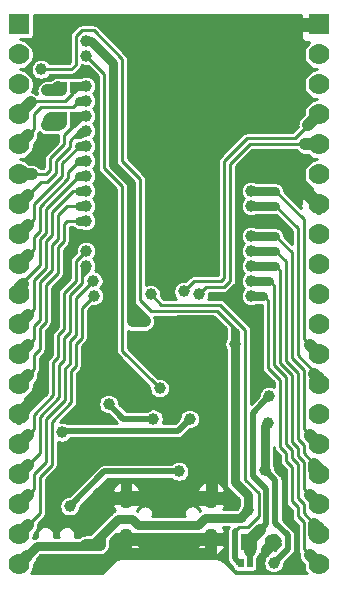
<source format=gbr>
G04 #@! TF.GenerationSoftware,KiCad,Pcbnew,5.1.0-rc1-unknown-6bb8fde~84~ubuntu18.04.1*
G04 #@! TF.CreationDate,2019-02-08T10:21:34+02:00
G04 #@! TF.ProjectId,ESP32-DevKit-Lipo_Rev_B,45535033-322d-4446-9576-4b69742d4c69,B*
G04 #@! TF.SameCoordinates,Original*
G04 #@! TF.FileFunction,Copper,L2,Bot*
G04 #@! TF.FilePolarity,Positive*
%FSLAX46Y46*%
G04 Gerber Fmt 4.6, Leading zero omitted, Abs format (unit mm)*
G04 Created by KiCad (PCBNEW 5.1.0-rc1-unknown-6bb8fde~84~ubuntu18.04.1) date 2019-02-08 10:21:34*
%MOMM*%
%LPD*%
G04 APERTURE LIST*
%ADD10C,1.400000*%
%ADD11R,1.400000X1.400000*%
%ADD12R,0.508000X0.762000*%
%ADD13C,1.000000*%
%ADD14C,1.778000*%
%ADD15R,1.778000X1.778000*%
%ADD16O,1.200000X1.800000*%
%ADD17C,1.300000*%
%ADD18C,2.000000*%
%ADD19C,0.762000*%
%ADD20C,1.016000*%
%ADD21C,0.254000*%
%ADD22C,1.270000*%
%ADD23C,0.508000*%
G04 APERTURE END LIST*
D10*
X152384760Y-116222780D03*
D11*
X150355300Y-116225320D03*
D12*
X150368000Y-117983000D03*
X149606000Y-117983000D03*
D13*
X152400000Y-117983000D03*
D14*
X130810000Y-80010000D03*
X130810000Y-77470000D03*
X130810000Y-74930000D03*
D15*
X130810000Y-72390000D03*
D14*
X130810000Y-82550000D03*
X130810000Y-85090000D03*
X130810000Y-90170000D03*
X130810000Y-87630000D03*
X130810000Y-92710000D03*
X130810000Y-95250000D03*
X130810000Y-100330000D03*
X130810000Y-97790000D03*
X130810000Y-102870000D03*
X130810000Y-105410000D03*
X130810000Y-110490000D03*
X130810000Y-107950000D03*
X130810000Y-118110000D03*
X130810000Y-115570000D03*
X130810000Y-113030000D03*
X156210000Y-80010000D03*
X156210000Y-77470000D03*
X156210000Y-74930000D03*
D15*
X156210000Y-72390000D03*
D14*
X156210000Y-82550000D03*
X156210000Y-85090000D03*
X156210000Y-90170000D03*
X156210000Y-87630000D03*
X156210000Y-92710000D03*
X156210000Y-95250000D03*
X156210000Y-100330000D03*
X156210000Y-97790000D03*
X156210000Y-102870000D03*
X156210000Y-105410000D03*
X156210000Y-110490000D03*
X156210000Y-107950000D03*
X156210000Y-118110000D03*
X156210000Y-115570000D03*
X156210000Y-113030000D03*
D16*
X139910000Y-115947000D03*
X139910000Y-112477000D03*
X147110000Y-112477000D03*
X147110000Y-115947000D03*
D17*
X144310000Y-80022000D03*
X140710000Y-80022000D03*
X142510000Y-81822000D03*
X142510000Y-78222000D03*
X144310000Y-78222000D03*
X140710000Y-78222000D03*
X144310000Y-81822000D03*
D18*
X142510000Y-80022000D03*
D17*
X140710000Y-81822000D03*
D12*
X135382000Y-80137000D03*
X134620000Y-80137000D03*
X134620000Y-77597000D03*
X135382000Y-77597000D03*
D13*
X136525000Y-116459000D03*
X137668000Y-116459000D03*
X150241000Y-113538000D03*
X149098000Y-99441000D03*
X132715000Y-76200000D03*
X135255000Y-118364000D03*
X132715000Y-118364000D03*
X141605000Y-116078000D03*
X144653000Y-117221000D03*
X146558000Y-117221000D03*
X140462000Y-117221000D03*
X134937500Y-110363000D03*
X137541000Y-107823000D03*
X136652000Y-103251000D03*
X145669000Y-107823000D03*
X144399000Y-107823000D03*
X145923000Y-103505000D03*
X154304598Y-118236598D03*
X142289488Y-104471512D03*
X144448488Y-104471512D03*
X144018000Y-103123996D03*
X147955000Y-100584000D03*
X147193000Y-97663000D03*
X144399000Y-97536000D03*
X144399000Y-108966000D03*
X145669000Y-108966000D03*
X144018000Y-101610160D03*
X146558000Y-72009000D03*
X150495000Y-72009000D03*
X131953000Y-83820000D03*
X136525000Y-90297000D03*
X132842000Y-103251000D03*
X137810000Y-88504000D03*
X137810000Y-87107000D03*
X137810000Y-85852000D03*
X144145000Y-72009000D03*
X141605000Y-72009000D03*
X139065000Y-72009000D03*
X136525000Y-72009000D03*
X140335000Y-73025000D03*
X142875000Y-73025000D03*
X145415000Y-73025000D03*
X146558000Y-74295000D03*
X144145000Y-74295000D03*
X141605000Y-74295000D03*
X142875000Y-75565000D03*
X145415000Y-75565000D03*
X147320000Y-75565000D03*
X149860000Y-75565000D03*
X150114000Y-85090000D03*
X149987000Y-96774000D03*
X147320000Y-85725000D03*
X144780000Y-85725000D03*
X142240000Y-85725000D03*
X147320000Y-78105000D03*
X147320000Y-80645000D03*
X147320000Y-83185000D03*
X149860000Y-78105000D03*
X149860000Y-80645000D03*
X148590000Y-76835000D03*
X148590000Y-79375000D03*
X148590000Y-81915000D03*
X146050000Y-79375000D03*
X146050000Y-81915000D03*
X146050000Y-76835000D03*
X146050000Y-83820000D03*
X146050000Y-86995000D03*
X143510000Y-86995000D03*
X143510000Y-83820000D03*
X143510000Y-93218000D03*
X143510000Y-94234000D03*
X141605000Y-117221000D03*
X136525000Y-73787000D03*
X141478000Y-97536000D03*
X140462000Y-97536000D03*
X144399000Y-110236000D03*
X135128000Y-113195989D03*
X142748000Y-103198048D03*
X136525000Y-75057000D03*
X134486989Y-106920351D03*
X145288008Y-105791000D03*
X151921689Y-106142311D03*
X151638000Y-110109000D03*
X136525000Y-91567000D03*
X136525000Y-89027000D03*
X136525000Y-86487000D03*
X136525000Y-87757000D03*
X136525000Y-85217000D03*
X136525000Y-83947000D03*
X136525000Y-81407000D03*
X136525000Y-82677000D03*
X136525000Y-80137000D03*
X136525000Y-78867000D03*
X150495000Y-86487000D03*
X150495000Y-87757000D03*
X150495000Y-91567000D03*
X150495000Y-90297000D03*
X138430000Y-104521000D03*
X142232010Y-105783010D03*
X152019000Y-103886000D03*
X133223000Y-80899000D03*
X146050000Y-95250000D03*
X144780000Y-94996000D03*
X136525000Y-77597000D03*
X136517042Y-92832000D03*
X137160000Y-95377000D03*
X137129768Y-94077599D03*
X150495000Y-95377000D03*
X150495000Y-94107000D03*
X150495000Y-92837000D03*
X133223000Y-77978000D03*
X141986000Y-95250000D03*
D19*
X136525000Y-116459000D02*
X136398000Y-116586000D01*
X136398000Y-116586000D02*
X132334000Y-116586000D01*
D20*
X137668000Y-116459000D02*
X136525000Y-116459000D01*
D19*
X136906000Y-116459000D02*
X136525000Y-116459000D01*
X138167999Y-115324001D02*
X137033000Y-116459000D01*
X137033000Y-116459000D02*
X136906000Y-116459000D01*
X137795000Y-115697000D02*
X138167999Y-115324001D01*
X137668000Y-116459000D02*
X137795000Y-116332000D01*
X137795000Y-116332000D02*
X137795000Y-115697000D01*
D20*
X130810000Y-118110000D02*
X131508500Y-117411500D01*
D19*
X132334000Y-116586000D02*
X131508500Y-117411500D01*
X149606011Y-114172989D02*
X149741001Y-114037999D01*
X145990511Y-114803989D02*
X146621511Y-114172989D01*
X140398500Y-114236500D02*
X140965989Y-114803989D01*
X146621511Y-114172989D02*
X149606011Y-114172989D01*
X138167999Y-115324001D02*
X139255500Y-114236500D01*
X140965989Y-114803989D02*
X145990511Y-114803989D01*
X139255500Y-114236500D02*
X140398500Y-114236500D01*
X149741001Y-114037999D02*
X150241000Y-113538000D01*
D21*
X149098000Y-98171000D02*
X149098000Y-98425000D01*
X148844000Y-98552000D02*
X149098000Y-98806000D01*
D19*
X149098000Y-98806000D02*
X149098000Y-98425000D01*
X149098000Y-99441000D02*
X149098000Y-98806000D01*
D21*
X148844000Y-97917000D02*
X148844000Y-98552000D01*
X148844000Y-97917000D02*
X149098000Y-98171000D01*
X147574000Y-96647000D02*
X148844000Y-97917000D01*
X141097000Y-95758000D02*
X141986000Y-96647000D01*
X141986000Y-96647000D02*
X147574000Y-96647000D01*
X139573000Y-83947000D02*
X141097000Y-85471000D01*
X135636000Y-75819000D02*
X135636000Y-73406000D01*
X139573000Y-75311000D02*
X139573000Y-83947000D01*
X135636000Y-73406000D02*
X136144000Y-72898000D01*
X135255000Y-76200000D02*
X135636000Y-75819000D01*
X132715000Y-76200000D02*
X135255000Y-76200000D01*
X141097000Y-85471000D02*
X141097000Y-95758000D01*
X136144000Y-72898000D02*
X137160000Y-72898000D01*
X137160000Y-72898000D02*
X139573000Y-75311000D01*
D19*
X149098000Y-111125000D02*
X149098000Y-100148106D01*
X150241000Y-113538000D02*
X150241000Y-112268000D01*
X149098000Y-100148106D02*
X149098000Y-99441000D01*
X150241000Y-112268000D02*
X149098000Y-111125000D01*
D20*
X139954000Y-116205000D02*
X139954000Y-115951000D01*
D22*
X139910000Y-112477000D02*
X145079000Y-112477000D01*
D20*
X147110000Y-115947000D02*
X144395000Y-115947000D01*
X147110000Y-112477000D02*
X147193000Y-112394000D01*
D22*
X147110000Y-112477000D02*
X145714000Y-112477000D01*
X145714000Y-112477000D02*
X145079000Y-112477000D01*
D20*
X147193000Y-112394000D02*
X147193000Y-111125000D01*
X137477500Y-107823000D02*
X137541000Y-107823000D01*
X134937500Y-110363000D02*
X137477500Y-107823000D01*
X147066000Y-107823000D02*
X147193000Y-107696000D01*
X137541000Y-107823000D02*
X144399000Y-107823000D01*
X145669000Y-107823000D02*
X147066000Y-107823000D01*
X144399000Y-107823000D02*
X145669000Y-107823000D01*
X147066000Y-103505000D02*
X147193000Y-103378000D01*
X145923000Y-103505000D02*
X147066000Y-103505000D01*
X147193000Y-104267000D02*
X147193000Y-103378000D01*
X147193000Y-103378000D02*
X147193000Y-102743000D01*
X147193000Y-102235000D02*
X147193000Y-101981000D01*
X145923000Y-103505000D02*
X147193000Y-102235000D01*
X147193000Y-102743000D02*
X147193000Y-101981000D01*
X134523999Y-114457999D02*
X133858000Y-113792000D01*
X139910000Y-112477000D02*
X138348000Y-112477000D01*
X133858000Y-111442500D02*
X134937500Y-110363000D01*
X133858000Y-113792000D02*
X133858000Y-111442500D01*
X136367001Y-114457999D02*
X134523999Y-114457999D01*
X138348000Y-112477000D02*
X136367001Y-114457999D01*
X144448488Y-104471512D02*
X144448488Y-104471512D01*
X141650276Y-104471512D02*
X142289488Y-104471512D01*
X140429764Y-103251000D02*
X141650276Y-104471512D01*
X144956488Y-104471512D02*
X144448488Y-104471512D01*
X145923000Y-103505000D02*
X144956488Y-104471512D01*
X146127512Y-104471512D02*
X147193000Y-105537000D01*
X144956488Y-104471512D02*
X146127512Y-104471512D01*
X147193000Y-107696000D02*
X147193000Y-105537000D01*
X147193000Y-105537000D02*
X147193000Y-104267000D01*
X146988488Y-104471512D02*
X147193000Y-104267000D01*
X146127512Y-104471512D02*
X146988488Y-104471512D01*
X144018000Y-104394000D02*
X144095512Y-104471512D01*
X142289488Y-104471512D02*
X144095512Y-104471512D01*
X144095512Y-104471512D02*
X144448488Y-104471512D01*
X144018000Y-101727000D02*
X144018000Y-103123996D01*
X147193000Y-100584000D02*
X147955000Y-100584000D01*
X147193000Y-101981000D02*
X147193000Y-100584000D01*
X147193000Y-100584000D02*
X147193000Y-97536000D01*
X144399000Y-97536000D02*
X147193000Y-97536000D01*
X144018000Y-97917000D02*
X144018000Y-101727000D01*
X144399000Y-97536000D02*
X144018000Y-97917000D01*
X144399000Y-103505000D02*
X144018000Y-103124000D01*
X145923000Y-103505000D02*
X144399000Y-103505000D01*
X144018000Y-103123996D02*
X144018000Y-103124000D01*
X144018000Y-103124000D02*
X144018000Y-104394000D01*
X144399000Y-108966000D02*
X145669000Y-108966000D01*
X145669000Y-108966000D02*
X147193000Y-108966000D01*
X147193000Y-111125000D02*
X147193000Y-108966000D01*
X147193000Y-108966000D02*
X147193000Y-107696000D01*
X144399000Y-108966000D02*
X144399000Y-107823000D01*
X145669000Y-108966000D02*
X145669000Y-107823000D01*
X147193000Y-112477000D02*
X145714000Y-112477000D01*
X147193000Y-111125000D02*
X147193000Y-112477000D01*
X139065000Y-117094000D02*
X139954000Y-116205000D01*
X139910000Y-115947000D02*
X140847000Y-115947000D01*
X140847000Y-115947000D02*
X144395000Y-115947000D01*
X132842000Y-103378000D02*
X132842000Y-103251000D01*
X130810000Y-105410000D02*
X132842000Y-103378000D01*
D19*
X133858039Y-94807313D02*
X133858039Y-97898885D01*
X133858039Y-97898885D02*
X133349980Y-98406944D01*
X134873996Y-91567005D02*
X134873996Y-93791356D01*
X136525000Y-90297000D02*
X136144001Y-90297000D01*
X136144001Y-90297000D02*
X134873996Y-91567005D01*
X133349979Y-100203021D02*
X132842000Y-100711000D01*
X132842000Y-101915646D02*
X132842000Y-103378000D01*
X134873996Y-93791356D02*
X133858039Y-94807313D01*
X132842000Y-100711000D02*
X132842000Y-101915646D01*
X133349980Y-98406944D02*
X133349979Y-100203021D01*
D20*
X137810000Y-85852000D02*
X137810000Y-90282000D01*
X137795000Y-90297000D02*
X137810000Y-90282000D01*
X136525000Y-90297000D02*
X137795000Y-90297000D01*
X138430000Y-102997000D02*
X138176000Y-103251000D01*
X137795000Y-90297000D02*
X138430000Y-90932000D01*
X139700000Y-103251000D02*
X140429764Y-103251000D01*
X138176000Y-103251000D02*
X139700000Y-103251000D01*
X139573000Y-103251000D02*
X139700000Y-103251000D01*
X138430000Y-102108000D02*
X139573000Y-103251000D01*
X138430000Y-102108000D02*
X138430000Y-102997000D01*
X137287000Y-103251000D02*
X137160000Y-103251000D01*
X136652000Y-103251000D02*
X137160000Y-103251000D01*
X138430000Y-102108000D02*
X137287000Y-103251000D01*
X137160000Y-103251000D02*
X138176000Y-103251000D01*
X140429764Y-103251000D02*
X138430000Y-101251236D01*
X138430000Y-90932000D02*
X138430000Y-100838000D01*
X138430000Y-101251236D02*
X138430000Y-100838000D01*
X138430000Y-101473000D02*
X138430000Y-100965000D01*
X136652000Y-103251000D02*
X138430000Y-101473000D01*
X138430000Y-100838000D02*
X138430000Y-100965000D01*
X138430000Y-100965000D02*
X138430000Y-102108000D01*
X144145000Y-72009000D02*
X144145000Y-74295000D01*
X145415000Y-73025000D02*
X145415000Y-75565000D01*
X142875000Y-73025000D02*
X142875000Y-75565000D01*
X153670000Y-85090000D02*
X155448000Y-86868000D01*
X150114000Y-85090000D02*
X153670000Y-85090000D01*
X155448000Y-86868000D02*
X156210000Y-87630000D01*
X146050000Y-76835000D02*
X146050000Y-79375000D01*
X146050000Y-79375000D02*
X146050000Y-81915000D01*
X146050000Y-81915000D02*
X146050000Y-84455000D01*
X146050000Y-84455000D02*
X146050000Y-86995000D01*
X143510000Y-84455000D02*
X143510000Y-86995000D01*
X147320000Y-78105000D02*
X147320000Y-80645000D01*
X147320000Y-80645000D02*
X147320000Y-83185000D01*
X147320000Y-83185000D02*
X147320000Y-85725000D01*
X147320000Y-78105000D02*
X147320000Y-75565000D01*
X146050000Y-76200000D02*
X145415000Y-75565000D01*
X146050000Y-76835000D02*
X146050000Y-76200000D01*
X148590000Y-76835000D02*
X148590000Y-79375000D01*
X148590000Y-79375000D02*
X148590000Y-81915000D01*
X149860000Y-78105000D02*
X149860000Y-80645000D01*
X149860000Y-78105000D02*
X149860000Y-75565000D01*
X148590000Y-76835000D02*
X148590000Y-72263000D01*
X148590000Y-72263000D02*
X148336000Y-72009000D01*
X150495000Y-72009000D02*
X148336000Y-72009000D01*
X148336000Y-72009000D02*
X146558000Y-72009000D01*
X143510000Y-92964000D02*
X143510000Y-86995000D01*
X137795000Y-118364000D02*
X132715000Y-118364000D01*
X139065000Y-117094000D02*
X137795000Y-118364000D01*
X141605000Y-117221000D02*
X140462000Y-117221000D01*
X139065000Y-117221000D02*
X139065000Y-117094000D01*
X140462000Y-117221000D02*
X139065000Y-117221000D01*
X147066000Y-117221000D02*
X147066000Y-115951000D01*
X146558000Y-117221000D02*
X147066000Y-117221000D01*
X141605000Y-117221000D02*
X146558000Y-117221000D01*
X140847000Y-115947000D02*
X141474000Y-115947000D01*
X141605000Y-116078000D02*
X141605000Y-117221000D01*
X141474000Y-115947000D02*
X141605000Y-116078000D01*
X141478000Y-97536000D02*
X140462000Y-96520000D01*
D19*
X138810989Y-84262635D02*
X138810989Y-75691989D01*
X138810989Y-75691989D02*
X136906000Y-73787000D01*
X136906000Y-73787000D02*
X136525000Y-73787000D01*
X140335000Y-85786646D02*
X138810989Y-84262635D01*
X140335000Y-97536000D02*
X140335000Y-85786646D01*
D20*
X140462000Y-97536000D02*
X141478000Y-97536000D01*
D21*
X142248001Y-102698049D02*
X142748000Y-103198048D01*
X139573000Y-86106000D02*
X139573000Y-100023048D01*
X139573000Y-100023048D02*
X142248001Y-102698049D01*
X138048978Y-84581978D02*
X139573000Y-86106000D01*
X136525000Y-75057000D02*
X138048978Y-76580978D01*
X138048978Y-76580978D02*
X138048978Y-84581978D01*
D23*
X138087989Y-110236000D02*
X135128000Y-113195989D01*
X144399000Y-110236000D02*
X138087989Y-110236000D01*
X144788009Y-106290999D02*
X145288008Y-105791000D01*
X144280009Y-106798999D02*
X144788009Y-106290999D01*
X134486989Y-106920351D02*
X134608341Y-106798999D01*
X134608341Y-106798999D02*
X144280009Y-106798999D01*
D19*
X151638000Y-106426000D02*
X151921689Y-106142311D01*
X151638000Y-110109000D02*
X151638000Y-106426000D01*
D23*
X152527000Y-110998000D02*
X151638000Y-110109000D01*
X153592761Y-115642939D02*
X152527000Y-114577178D01*
X152527000Y-114577178D02*
X152527000Y-110998000D01*
X152400000Y-117983000D02*
X153592761Y-116790239D01*
X153592761Y-116790239D02*
X153592761Y-115642939D01*
D20*
X130810000Y-107950000D02*
X131572000Y-107188000D01*
D21*
X136525000Y-91567000D02*
X135635996Y-92456004D01*
X132079999Y-105413693D02*
X132079999Y-106680001D01*
X132079999Y-106680001D02*
X131572000Y-107188000D01*
X133731000Y-100965000D02*
X133731000Y-103762692D01*
X134111989Y-100584011D02*
X133731000Y-100965000D01*
X135635995Y-94107003D02*
X134620040Y-95122958D01*
X135635996Y-92456004D02*
X135635995Y-94107003D01*
X134620040Y-98214537D02*
X134111990Y-98722587D01*
X133731000Y-103762692D02*
X132079999Y-105413693D01*
X134111990Y-98722587D02*
X134111989Y-100584011D01*
X134620040Y-95122958D02*
X134620040Y-98214537D01*
D19*
X136525000Y-89027000D02*
X135890000Y-89027000D01*
D20*
X130810000Y-102870000D02*
X131572000Y-102108000D01*
D21*
X132079989Y-101600011D02*
X131572000Y-102108000D01*
X133096029Y-97583249D02*
X132587970Y-98091308D01*
X132079989Y-100395365D02*
X132079989Y-101600011D01*
X132587969Y-99887385D02*
X132079989Y-100395365D01*
X133096029Y-94487971D02*
X133096029Y-97583249D01*
X132587970Y-98091308D02*
X132587969Y-99887385D01*
X134874000Y-89027000D02*
X134620000Y-89281000D01*
X134111986Y-93472014D02*
X133096029Y-94487971D01*
X135890000Y-89027000D02*
X134874000Y-89027000D01*
X134620000Y-89281000D02*
X134620000Y-90743355D01*
X134620000Y-90743355D02*
X134111986Y-91251369D01*
X134111986Y-91251369D02*
X134111986Y-93472014D01*
D19*
X136525000Y-86487000D02*
X135890000Y-86487000D01*
D20*
X130810000Y-97790000D02*
X131572000Y-97028000D01*
D21*
X132080008Y-96519992D02*
X131572000Y-97028000D01*
X132080008Y-94023554D02*
X132080008Y-96519992D01*
X135890000Y-86487000D02*
X135382000Y-86487000D01*
X133603978Y-88265022D02*
X133603978Y-90257148D01*
X133095966Y-90765160D02*
X133095966Y-93007596D01*
X135382000Y-86487000D02*
X133603978Y-88265022D01*
X133603978Y-90257148D02*
X133095966Y-90765160D01*
X133095966Y-93007596D02*
X132080008Y-94023554D01*
D20*
X130810000Y-100330000D02*
X131572000Y-99568000D01*
D19*
X135890000Y-87757000D02*
X136525000Y-87757000D01*
D21*
X131698999Y-99441001D02*
X131572000Y-99568000D01*
X132079959Y-99060041D02*
X131698999Y-99441001D01*
X132588019Y-97372825D02*
X132079960Y-97880884D01*
X134111989Y-88519011D02*
X134111989Y-90532929D01*
X134874000Y-87757000D02*
X134111989Y-88519011D01*
X135890000Y-87757000D02*
X134874000Y-87757000D01*
X134111989Y-90532929D02*
X133603976Y-91040943D01*
X132079960Y-97880884D02*
X132079959Y-99060041D01*
X132588019Y-94233979D02*
X132588019Y-97372825D01*
X133603976Y-91040943D02*
X133603976Y-93218022D01*
X133603976Y-93218022D02*
X132588019Y-94233979D01*
D19*
X136525000Y-85217000D02*
X135890000Y-85217000D01*
D20*
X130810000Y-94742000D02*
X131191000Y-94361000D01*
X130810000Y-95250000D02*
X130810000Y-94742000D01*
D21*
X133095966Y-88038154D02*
X133095966Y-90046724D01*
X132587934Y-92380030D02*
X132587934Y-92797194D01*
X133095966Y-90046724D02*
X132587955Y-90554735D01*
X135890000Y-85244120D02*
X133095966Y-88038154D01*
X132587955Y-90554735D02*
X132587955Y-92380009D01*
X132587934Y-92797194D02*
X131191000Y-94194128D01*
X131191000Y-94194128D02*
X131191000Y-94361000D01*
X135890000Y-85217000D02*
X135890000Y-85244120D01*
X132587955Y-92380009D02*
X132587934Y-92380030D01*
D19*
X136525000Y-83947000D02*
X135944894Y-83947000D01*
D20*
X130810000Y-92710000D02*
X131572000Y-91948000D01*
D21*
X135001020Y-85414664D02*
X132587956Y-87827728D01*
X132587956Y-87827728D02*
X132587956Y-89836298D01*
X132587956Y-89836298D02*
X132079944Y-90344310D01*
X135944894Y-83947000D02*
X135001020Y-84890874D01*
X132079944Y-90344310D02*
X132079944Y-91440057D01*
X132079944Y-91440057D02*
X131572000Y-91948000D01*
X135001020Y-84890874D02*
X135001020Y-85414664D01*
D20*
X130810000Y-87630000D02*
X131572000Y-86868000D01*
D21*
X135509000Y-81915000D02*
X135574356Y-81915000D01*
X135574356Y-81915000D02*
X135574366Y-81914990D01*
X135574366Y-81914990D02*
X136017000Y-81914990D01*
D19*
X136271000Y-81407000D02*
X136017000Y-81661000D01*
X136525000Y-81407000D02*
X136271000Y-81407000D01*
D21*
X135445500Y-81915000D02*
X135509000Y-81915000D01*
X135128000Y-82232500D02*
X135953500Y-81407000D01*
X135953500Y-81407000D02*
X136271000Y-81407000D01*
X132715000Y-85725000D02*
X133223000Y-85725000D01*
X133985000Y-83947000D02*
X135128000Y-82804000D01*
X131572000Y-86868000D02*
X132715000Y-85725000D01*
X133223000Y-85725000D02*
X133985000Y-84963000D01*
X133985000Y-84963000D02*
X133985000Y-83947000D01*
X135128000Y-82804000D02*
X135128000Y-82232500D01*
D19*
X136525000Y-82677000D02*
X135890000Y-82677000D01*
D20*
X130810000Y-90170000D02*
X131572000Y-89408000D01*
D21*
X132080001Y-87677259D02*
X132079947Y-87677313D01*
X132079947Y-87677313D02*
X132079947Y-88900053D01*
X132079947Y-88900053D02*
X131508500Y-89471500D01*
X132080001Y-87617247D02*
X132080001Y-87677259D01*
X134493010Y-85204238D02*
X132080001Y-87617247D01*
X135890000Y-82677000D02*
X135890000Y-82760436D01*
X135890000Y-82760436D02*
X134493010Y-84157426D01*
X134493010Y-84157426D02*
X134493010Y-85204238D01*
D23*
X135382000Y-80137000D02*
X135382000Y-81026000D01*
D19*
X136525000Y-80137000D02*
X136271000Y-80137000D01*
X136271000Y-80137000D02*
X135509001Y-80137000D01*
D23*
X135382000Y-81026000D02*
X136271000Y-80137000D01*
D20*
X131953000Y-85090000D02*
X130810000Y-85090000D01*
D21*
X134620000Y-81788000D02*
X135382000Y-81026000D01*
X134620000Y-82550000D02*
X134620000Y-81788000D01*
X133477000Y-83693000D02*
X134620000Y-82550000D01*
X133477000Y-84709000D02*
X133477000Y-83693000D01*
X131953000Y-85090000D02*
X133096000Y-85090000D01*
X133096000Y-85090000D02*
X133477000Y-84709000D01*
D19*
X136525000Y-78867000D02*
X135890000Y-78867000D01*
D20*
X131572000Y-81788000D02*
X130810000Y-82550000D01*
D21*
X132080001Y-81279999D02*
X131572000Y-81788000D01*
X132715000Y-79375000D02*
X132080001Y-80009999D01*
X135890000Y-78867000D02*
X135382000Y-79375000D01*
X132080001Y-80009999D02*
X132080001Y-81279999D01*
X135382000Y-79375000D02*
X132715000Y-79375000D01*
D19*
X150495000Y-86487000D02*
X151202106Y-86487000D01*
X151202106Y-86487000D02*
X152527000Y-86487000D01*
D20*
X156210000Y-100330000D02*
X155448000Y-99568000D01*
D21*
X152527000Y-86487000D02*
X154939999Y-88899999D01*
X154939999Y-88899999D02*
X154939999Y-99059999D01*
X154939999Y-99059999D02*
X155448000Y-99568000D01*
D19*
X150495000Y-87757000D02*
X151202106Y-87757000D01*
X151202106Y-87757000D02*
X152527000Y-87757000D01*
D20*
X156210000Y-102362000D02*
X155829000Y-101981000D01*
X156210000Y-102870000D02*
X156210000Y-102362000D01*
D21*
X155829000Y-101790500D02*
X155829000Y-101981000D01*
X152527000Y-87757000D02*
X154431989Y-89661989D01*
X154432044Y-100393544D02*
X155829000Y-101790500D01*
X154432044Y-99270478D02*
X154432044Y-100393544D01*
X154431989Y-89661989D02*
X154431989Y-99270423D01*
X154431989Y-99270423D02*
X154432044Y-99270478D01*
D20*
X155829000Y-110109000D02*
X155829000Y-109601000D01*
X156210000Y-110490000D02*
X155829000Y-110109000D01*
X155829000Y-109601000D02*
X156337000Y-110109000D01*
D21*
X154940021Y-108712021D02*
X155829000Y-109601000D01*
X153415969Y-100841661D02*
X154431988Y-101857680D01*
X153415969Y-92455969D02*
X153415969Y-100841661D01*
X152527000Y-91567000D02*
X153415969Y-92455969D01*
X154431988Y-107529116D02*
X154940021Y-108037149D01*
X154431988Y-101857680D02*
X154431988Y-107529116D01*
X154940021Y-108037149D02*
X154940021Y-108712021D01*
D19*
X150495000Y-91567000D02*
X152527000Y-91567000D01*
X150495000Y-90297000D02*
X151202106Y-90297000D01*
X151202106Y-90297000D02*
X152527000Y-90297000D01*
D20*
X156210000Y-107950000D02*
X155511500Y-107251500D01*
X156210000Y-107950000D02*
X155448000Y-107188000D01*
D21*
X155448000Y-107188000D02*
X155511500Y-107251500D01*
X152527000Y-90297000D02*
X153923980Y-91693980D01*
X153923980Y-91693980D02*
X153923980Y-100631236D01*
X153923980Y-100631236D02*
X154939999Y-101647255D01*
X154939999Y-101647255D02*
X154939999Y-106679999D01*
X154939999Y-106679999D02*
X155448000Y-107188000D01*
D23*
X141524904Y-105783010D02*
X142232010Y-105783010D01*
X139692010Y-105783010D02*
X141524904Y-105783010D01*
X138430000Y-104521000D02*
X139692010Y-105783010D01*
D20*
X150368000Y-116238020D02*
X150368000Y-116967000D01*
X150355300Y-116225320D02*
X150368000Y-116238020D01*
D23*
X150368000Y-116967000D02*
X150368000Y-117983000D01*
X150355300Y-116225320D02*
X150355300Y-116090700D01*
D20*
X150355300Y-116090700D02*
X151257000Y-115189000D01*
D23*
X151066500Y-115379500D02*
X151257000Y-115189000D01*
X152146000Y-103759020D02*
X152146000Y-103759000D01*
X150622000Y-105283000D02*
X151519001Y-104385999D01*
X151765000Y-111760000D02*
X150622000Y-110617000D01*
X150622000Y-110617000D02*
X150622000Y-105283000D01*
X151257000Y-115189000D02*
X151765000Y-114681000D01*
X151519001Y-104385999D02*
X152019000Y-103886000D01*
X151765000Y-114681000D02*
X151765000Y-111760000D01*
X134620000Y-80137000D02*
X134493000Y-80137000D01*
D19*
X133223000Y-80391000D02*
X133223000Y-80899000D01*
X134493000Y-80137000D02*
X133477000Y-80137000D01*
X133477000Y-80137000D02*
X133223000Y-80391000D01*
X134493000Y-80645000D02*
X134493000Y-80137000D01*
D20*
X134175500Y-80899000D02*
X134366000Y-80708500D01*
X133223000Y-80899000D02*
X134175500Y-80899000D01*
X155067000Y-82550000D02*
X156210000Y-82550000D01*
D21*
X148717000Y-84201000D02*
X150368000Y-82550000D01*
X148717000Y-94107000D02*
X148717000Y-84201000D01*
X150368000Y-82550000D02*
X155067000Y-82550000D01*
X148209000Y-94615000D02*
X148717000Y-94107000D01*
X146050000Y-95250000D02*
X146685000Y-94615000D01*
X146685000Y-94615000D02*
X148209000Y-94615000D01*
D20*
X156210000Y-80010000D02*
X155321001Y-80898999D01*
D21*
X154178000Y-82042000D02*
X155321001Y-80898999D01*
X145669000Y-94107000D02*
X147955000Y-94107000D01*
X150114000Y-82042000D02*
X154178000Y-82042000D01*
X147955000Y-94107000D02*
X148209000Y-93853000D01*
X148209000Y-83947000D02*
X150114000Y-82042000D01*
X144780000Y-94996000D02*
X145669000Y-94107000D01*
X148209000Y-93853000D02*
X148209000Y-83947000D01*
D20*
X131826000Y-78994000D02*
X130810000Y-80010000D01*
D23*
X135636000Y-77597000D02*
X135382000Y-77597000D01*
D19*
X136525000Y-77597000D02*
X136144000Y-77597000D01*
X136144000Y-77597000D02*
X135636000Y-77597000D01*
D23*
X135382000Y-77597000D02*
X135382000Y-78105000D01*
X135890000Y-77597000D02*
X136144000Y-77597000D01*
X135382000Y-78105000D02*
X135890000Y-77597000D01*
D21*
X131953000Y-78867000D02*
X131826000Y-78994000D01*
X134747000Y-78867000D02*
X131953000Y-78867000D01*
X135382000Y-78105000D02*
X135382000Y-78232000D01*
X135382000Y-78232000D02*
X134747000Y-78867000D01*
D20*
X130810000Y-110490000D02*
X131572000Y-109728000D01*
D21*
X135128059Y-95333375D02*
X136144000Y-94317434D01*
X135128059Y-98424954D02*
X135128059Y-95333375D01*
X134620000Y-98933013D02*
X135128059Y-98424954D01*
X132588010Y-108711990D02*
X132588010Y-105624118D01*
X132588010Y-105624118D02*
X134239011Y-103973117D01*
X134239011Y-103973117D02*
X134239011Y-101218987D01*
X136144000Y-93205042D02*
X136517042Y-92832000D01*
X134239011Y-101218987D02*
X134619999Y-100837999D01*
X131572000Y-109728000D02*
X132588010Y-108711990D01*
X134619999Y-100837999D02*
X134620000Y-98933013D01*
X136144000Y-93205042D02*
X136512042Y-93205042D01*
X136144000Y-93205042D02*
X136144000Y-92666434D01*
X136144000Y-92666434D02*
X136249217Y-92561217D01*
X136144000Y-94317434D02*
X136144000Y-93726000D01*
X136144000Y-93726000D02*
X136144000Y-93205042D01*
X136144000Y-93218000D02*
X136398000Y-93472000D01*
X136144000Y-93205042D02*
X136144000Y-93218000D01*
X136144000Y-93726000D02*
X136398000Y-93472000D01*
X136777521Y-93092479D02*
X136517042Y-92832000D01*
X136398000Y-93472000D02*
X136777521Y-93092479D01*
D20*
X130810000Y-115570000D02*
X131572000Y-114808000D01*
D21*
X132588012Y-110700422D02*
X132588010Y-111310028D01*
X133604028Y-109600972D02*
X133604001Y-109600999D01*
X133604028Y-109595579D02*
X133604028Y-109600972D01*
X133607768Y-109591701D02*
X133604028Y-109595579D01*
X133604028Y-107187972D02*
X133604028Y-109385986D01*
X133604031Y-107187969D02*
X133604028Y-107187972D01*
X133604032Y-106044968D02*
X133604031Y-107187969D01*
X135255029Y-104393971D02*
X133604032Y-106044968D01*
X135255030Y-101726970D02*
X135255029Y-104393971D01*
X135635999Y-101346001D02*
X135255030Y-101726970D01*
X135636000Y-101258866D02*
X135635999Y-101346001D01*
X137160000Y-95377000D02*
X136144072Y-96392928D01*
X132588010Y-111310028D02*
X132588010Y-113791990D01*
X133604001Y-109600999D02*
X133604000Y-109684434D01*
X133604028Y-109385986D02*
X133607768Y-109591701D01*
X135636018Y-101258848D02*
X135636000Y-101258866D01*
X132588010Y-113791990D02*
X131572000Y-114808000D01*
X133604000Y-109684434D02*
X132588012Y-110700422D01*
X136144072Y-96392928D02*
X136144072Y-98932928D01*
X136144072Y-98932928D02*
X135636018Y-99440982D01*
X135636018Y-99440982D02*
X135636018Y-101258848D01*
D20*
X130810000Y-113030000D02*
X131572000Y-112268000D01*
D21*
X135636061Y-95571306D02*
X136629769Y-94577598D01*
X134747022Y-101516542D02*
X135128007Y-101135557D01*
X131572000Y-112268000D02*
X132080001Y-111759999D01*
X136629769Y-94577598D02*
X137129768Y-94077599D01*
X135636061Y-98722503D02*
X135636061Y-95571306D01*
X135128007Y-101135557D02*
X135128010Y-99230554D01*
X135128010Y-99230554D02*
X135636061Y-98722503D01*
X133096021Y-105834543D02*
X134747022Y-104183542D01*
X133096021Y-109473977D02*
X133096021Y-105834543D01*
X132080001Y-111759999D02*
X132080001Y-110489997D01*
X132080001Y-110489997D02*
X133096021Y-109473977D01*
X134747022Y-104183542D02*
X134747022Y-101516542D01*
D20*
X156210000Y-118110000D02*
X155448000Y-117348000D01*
D21*
X154940000Y-114554000D02*
X154940000Y-116840000D01*
X153923978Y-112775978D02*
X154431990Y-113283990D01*
X153923978Y-109854978D02*
X153923978Y-112775978D01*
X153415990Y-108668424D02*
X153415990Y-109346990D01*
X152907951Y-102488951D02*
X152907952Y-108160386D01*
X154940000Y-116840000D02*
X155448000Y-117348000D01*
X151891939Y-101472939D02*
X152907951Y-102488951D01*
X151511000Y-95377000D02*
X151891939Y-95757939D01*
X152907952Y-108160386D02*
X153415990Y-108668424D01*
X154431990Y-114045990D02*
X154940000Y-114554000D01*
X154431990Y-113283990D02*
X154431990Y-114045990D01*
X151891939Y-95757939D02*
X151891939Y-101472939D01*
X153415990Y-109346990D02*
X153923978Y-109854978D01*
D19*
X150495000Y-95377000D02*
X151511000Y-95377000D01*
D20*
X156210000Y-115062000D02*
X155829000Y-114681000D01*
X156210000Y-115570000D02*
X156210000Y-115062000D01*
X155829000Y-114681000D02*
X155829000Y-115570000D01*
X155829000Y-115570000D02*
X155956000Y-115697000D01*
D21*
X153924001Y-109136565D02*
X154431989Y-109644553D01*
X152019000Y-94107000D02*
X152399949Y-94487949D01*
X154431989Y-112521989D02*
X154940000Y-113030000D01*
X154940001Y-113792001D02*
X155829000Y-114681000D01*
X152399950Y-101262514D02*
X153415961Y-102278527D01*
X154940000Y-113030000D02*
X154940001Y-113792001D01*
X153415961Y-107949959D02*
X153924001Y-108457999D01*
X153924001Y-108457999D02*
X153924001Y-109136565D01*
X153415961Y-102278527D02*
X153415961Y-107949959D01*
X152399949Y-94487949D02*
X152399950Y-101262514D01*
X154431989Y-109644553D02*
X154431989Y-112521989D01*
D19*
X150495000Y-94107000D02*
X152019000Y-94107000D01*
D20*
X156210000Y-113030000D02*
X155448000Y-112268000D01*
D21*
X153923978Y-107739540D02*
X154432012Y-108247574D01*
X154940000Y-109434128D02*
X154940000Y-111760000D01*
X154432012Y-108926140D02*
X154940000Y-109434128D01*
X152527000Y-92837000D02*
X152907958Y-93217958D01*
X154432012Y-108247574D02*
X154432012Y-108926140D01*
X152907958Y-93217958D02*
X152907959Y-101052087D01*
X154940000Y-111760000D02*
X155448000Y-112268000D01*
X153923978Y-102068106D02*
X153923978Y-107739540D01*
X152907959Y-101052087D02*
X153923978Y-102068106D01*
D19*
X150495000Y-92837000D02*
X152527000Y-92837000D01*
D23*
X134620000Y-77597000D02*
X134493000Y-77597000D01*
D19*
X134493000Y-77851000D02*
X134493000Y-77597000D01*
D20*
X133223000Y-77978000D02*
X134366000Y-77978000D01*
D19*
X134366000Y-77978000D02*
X134493000Y-77851000D01*
D20*
X133858000Y-77978000D02*
X133223000Y-77978000D01*
X134112000Y-77724000D02*
X133858000Y-77978000D01*
D19*
X134112000Y-77597000D02*
X133731000Y-77978000D01*
X134493000Y-77597000D02*
X134112000Y-77597000D01*
D23*
X149098000Y-117602000D02*
X149098000Y-115316000D01*
X149606000Y-117983000D02*
X149479000Y-117983000D01*
X149479000Y-117983000D02*
X149098000Y-117602000D01*
D21*
X149479000Y-114935000D02*
X149098000Y-115316000D01*
X150241000Y-114935000D02*
X149479000Y-114935000D01*
X142875000Y-96139000D02*
X147889646Y-96139000D01*
X141986000Y-95250000D02*
X142875000Y-96139000D01*
X147889646Y-96139000D02*
X149987000Y-98236354D01*
X151130000Y-114046000D02*
X150241000Y-114935000D01*
X149987000Y-98236354D02*
X149987000Y-110934500D01*
X149987000Y-110934500D02*
X151130000Y-112077500D01*
X151130000Y-112077500D02*
X151130000Y-114046000D01*
G36*
X152406083Y-108247574D02*
G01*
X152407304Y-108259971D01*
X152415683Y-108287592D01*
X152436352Y-108355729D01*
X152483523Y-108443981D01*
X152507405Y-108473081D01*
X152547005Y-108521334D01*
X152566382Y-108537236D01*
X152907990Y-108878845D01*
X152907991Y-109322036D01*
X152905533Y-109346990D01*
X152912740Y-109420160D01*
X152915342Y-109446575D01*
X152932618Y-109503527D01*
X152944390Y-109542333D01*
X152991561Y-109630585D01*
X153035755Y-109684435D01*
X153055043Y-109707938D01*
X153074420Y-109723840D01*
X153415978Y-110065398D01*
X153415979Y-112751024D01*
X153413521Y-112775978D01*
X153423330Y-112875562D01*
X153452378Y-112971321D01*
X153499549Y-113059573D01*
X153540292Y-113109218D01*
X153563031Y-113136926D01*
X153582408Y-113152828D01*
X153923990Y-113494411D01*
X153923991Y-114021036D01*
X153921533Y-114045990D01*
X153926016Y-114091499D01*
X153931342Y-114145575D01*
X153958924Y-114236500D01*
X153960390Y-114241333D01*
X154007561Y-114329585D01*
X154055140Y-114387560D01*
X154071043Y-114406938D01*
X154090420Y-114422840D01*
X154432000Y-114764420D01*
X154432001Y-116815046D01*
X154429543Y-116840000D01*
X154436903Y-116914720D01*
X154439352Y-116939585D01*
X154457807Y-117000422D01*
X154468400Y-117035343D01*
X154515571Y-117123595D01*
X154550701Y-117166401D01*
X154570241Y-117190210D01*
X154554700Y-117348000D01*
X154571864Y-117522274D01*
X154622698Y-117689852D01*
X154705248Y-117844291D01*
X154788505Y-117945740D01*
X154940000Y-118097235D01*
X154940000Y-118235084D01*
X154988805Y-118480445D01*
X155084541Y-118711571D01*
X155191736Y-118872000D01*
X149181421Y-118872000D01*
X148077855Y-117768435D01*
X148061948Y-117749052D01*
X147984595Y-117685571D01*
X147896343Y-117638399D01*
X147800585Y-117609351D01*
X147725947Y-117602000D01*
X147725944Y-117602000D01*
X147701000Y-117599543D01*
X147676056Y-117602000D01*
X139343943Y-117602000D01*
X139318999Y-117599543D01*
X139294055Y-117602000D01*
X139294053Y-117602000D01*
X139219415Y-117609351D01*
X139123657Y-117638399D01*
X139123655Y-117638400D01*
X139035404Y-117685571D01*
X138985555Y-117726481D01*
X138958052Y-117749052D01*
X138942150Y-117768429D01*
X137838580Y-118872000D01*
X131828264Y-118872000D01*
X131935459Y-118711571D01*
X132031195Y-118480445D01*
X132080000Y-118235084D01*
X132080000Y-118097236D01*
X132167995Y-118009241D01*
X132251251Y-117907792D01*
X132333802Y-117753353D01*
X132372784Y-117624846D01*
X132649631Y-117348000D01*
X136360577Y-117348000D01*
X136398000Y-117351686D01*
X136435423Y-117348000D01*
X136435426Y-117348000D01*
X136458380Y-117345739D01*
X136481333Y-117348000D01*
X137711667Y-117348000D01*
X137842274Y-117335136D01*
X138009851Y-117284303D01*
X138164291Y-117201753D01*
X138299659Y-117090659D01*
X138410753Y-116955291D01*
X138493303Y-116800851D01*
X138544136Y-116633274D01*
X138548986Y-116584028D01*
X138740960Y-116584028D01*
X138829174Y-116805620D01*
X138958923Y-117005745D01*
X139125221Y-117176712D01*
X139321678Y-117311951D01*
X139426284Y-117383329D01*
X139610000Y-117280593D01*
X139610000Y-116397000D01*
X140210000Y-116397000D01*
X140210000Y-117280593D01*
X140393716Y-117383329D01*
X140498322Y-117311951D01*
X140694779Y-117176712D01*
X140861077Y-117005745D01*
X140990826Y-116805620D01*
X141079040Y-116584028D01*
X145940960Y-116584028D01*
X146029174Y-116805620D01*
X146158923Y-117005745D01*
X146325221Y-117176712D01*
X146521678Y-117311951D01*
X146626284Y-117383329D01*
X146810000Y-117280593D01*
X146810000Y-116397000D01*
X147410000Y-116397000D01*
X147410000Y-117280593D01*
X147593716Y-117383329D01*
X147698322Y-117311951D01*
X147894779Y-117176712D01*
X148061077Y-117005745D01*
X148190826Y-116805620D01*
X148279040Y-116584028D01*
X148158620Y-116397000D01*
X147410000Y-116397000D01*
X146810000Y-116397000D01*
X146061380Y-116397000D01*
X145940960Y-116584028D01*
X141079040Y-116584028D01*
X140958620Y-116397000D01*
X140210000Y-116397000D01*
X139610000Y-116397000D01*
X138861380Y-116397000D01*
X138740960Y-116584028D01*
X138548986Y-116584028D01*
X138561301Y-116459000D01*
X138554739Y-116392380D01*
X138557000Y-116369426D01*
X138557000Y-116369424D01*
X138560686Y-116332001D01*
X138557000Y-116294578D01*
X138557000Y-116012631D01*
X138733278Y-115836353D01*
X138733283Y-115836347D01*
X139072630Y-115497000D01*
X139610000Y-115497000D01*
X139610000Y-115419000D01*
X140210000Y-115419000D01*
X140210000Y-115497000D01*
X140646050Y-115497000D01*
X140672974Y-115511391D01*
X140816611Y-115554963D01*
X140928563Y-115565989D01*
X140928566Y-115565989D01*
X140965989Y-115569675D01*
X141003412Y-115565989D01*
X145953088Y-115565989D01*
X145990511Y-115569675D01*
X146027934Y-115565989D01*
X146027937Y-115565989D01*
X146139889Y-115554963D01*
X146283526Y-115511391D01*
X146310450Y-115497000D01*
X146810000Y-115497000D01*
X146810000Y-115419000D01*
X147410000Y-115419000D01*
X147410000Y-115497000D01*
X148158620Y-115497000D01*
X148279040Y-115309972D01*
X148190826Y-115088380D01*
X148091377Y-114934989D01*
X148589226Y-114934989D01*
X148567464Y-114961506D01*
X148508499Y-115071820D01*
X148472189Y-115191518D01*
X148463001Y-115284808D01*
X148463000Y-117570819D01*
X148459929Y-117602000D01*
X148463000Y-117633181D01*
X148463000Y-117633191D01*
X148472188Y-117726481D01*
X148508498Y-117846179D01*
X148567463Y-117956493D01*
X148646815Y-118053185D01*
X148671050Y-118073074D01*
X148969942Y-118371966D01*
X148976513Y-118438689D01*
X148998299Y-118510508D01*
X149033678Y-118576696D01*
X149081289Y-118634711D01*
X149139304Y-118682322D01*
X149205492Y-118717701D01*
X149277311Y-118739487D01*
X149352000Y-118746843D01*
X149860000Y-118746843D01*
X149934689Y-118739487D01*
X149987000Y-118723619D01*
X150039311Y-118739487D01*
X150114000Y-118746843D01*
X150622000Y-118746843D01*
X150696689Y-118739487D01*
X150768508Y-118717701D01*
X150834696Y-118682322D01*
X150892711Y-118634711D01*
X150940322Y-118576696D01*
X150975701Y-118510508D01*
X150997487Y-118438689D01*
X151004843Y-118364000D01*
X151004843Y-117602000D01*
X151003994Y-117593377D01*
X151110753Y-117463291D01*
X151193303Y-117308851D01*
X151202457Y-117278674D01*
X151267996Y-117243642D01*
X151326011Y-117196031D01*
X151373622Y-117138016D01*
X151409001Y-117071828D01*
X151430787Y-117000009D01*
X151438143Y-116925320D01*
X151438143Y-116674422D01*
X151889785Y-116222780D01*
X151763920Y-116096915D01*
X152258895Y-115601940D01*
X152384760Y-115727805D01*
X152510625Y-115601940D01*
X152957762Y-116049077D01*
X152957762Y-116144753D01*
X152879735Y-116222780D01*
X152957761Y-116300806D01*
X152957761Y-116396484D01*
X152510625Y-116843620D01*
X152384760Y-116717755D01*
X151833404Y-117269111D01*
X151842828Y-117295720D01*
X151838395Y-117298682D01*
X151715682Y-117421395D01*
X151619268Y-117565690D01*
X151552856Y-117726022D01*
X151519000Y-117896229D01*
X151519000Y-118069771D01*
X151552856Y-118239978D01*
X151619268Y-118400310D01*
X151715682Y-118544605D01*
X151838395Y-118667318D01*
X151982690Y-118763732D01*
X152143022Y-118830144D01*
X152313229Y-118864000D01*
X152486771Y-118864000D01*
X152656978Y-118830144D01*
X152817310Y-118763732D01*
X152961605Y-118667318D01*
X153084318Y-118544605D01*
X153180732Y-118400310D01*
X153247144Y-118239978D01*
X153281000Y-118069771D01*
X153281000Y-118000025D01*
X154019722Y-117261304D01*
X154043946Y-117241424D01*
X154063826Y-117217200D01*
X154063830Y-117217196D01*
X154123299Y-117144733D01*
X154182263Y-117034419D01*
X154186453Y-117020605D01*
X154218573Y-116914721D01*
X154227761Y-116821431D01*
X154227761Y-116821428D01*
X154230833Y-116790239D01*
X154227761Y-116759050D01*
X154227761Y-115674128D01*
X154230833Y-115642939D01*
X154227761Y-115611747D01*
X154218573Y-115518457D01*
X154182263Y-115398759D01*
X154171601Y-115378812D01*
X154123299Y-115288445D01*
X154063830Y-115215982D01*
X154063826Y-115215978D01*
X154043946Y-115191754D01*
X154019721Y-115171873D01*
X153162000Y-114314154D01*
X153162000Y-111029189D01*
X153165072Y-110998000D01*
X153162000Y-110966808D01*
X153152812Y-110873518D01*
X153116502Y-110753820D01*
X153087525Y-110699608D01*
X153057538Y-110643506D01*
X152998068Y-110571043D01*
X152978185Y-110546815D01*
X152953955Y-110526930D01*
X152519000Y-110091976D01*
X152519000Y-110022229D01*
X152485144Y-109852022D01*
X152418732Y-109691690D01*
X152400000Y-109663655D01*
X152400000Y-108185818D01*
X152406083Y-108247574D01*
X152406083Y-108247574D01*
G37*
X152406083Y-108247574D02*
X152407304Y-108259971D01*
X152415683Y-108287592D01*
X152436352Y-108355729D01*
X152483523Y-108443981D01*
X152507405Y-108473081D01*
X152547005Y-108521334D01*
X152566382Y-108537236D01*
X152907990Y-108878845D01*
X152907991Y-109322036D01*
X152905533Y-109346990D01*
X152912740Y-109420160D01*
X152915342Y-109446575D01*
X152932618Y-109503527D01*
X152944390Y-109542333D01*
X152991561Y-109630585D01*
X153035755Y-109684435D01*
X153055043Y-109707938D01*
X153074420Y-109723840D01*
X153415978Y-110065398D01*
X153415979Y-112751024D01*
X153413521Y-112775978D01*
X153423330Y-112875562D01*
X153452378Y-112971321D01*
X153499549Y-113059573D01*
X153540292Y-113109218D01*
X153563031Y-113136926D01*
X153582408Y-113152828D01*
X153923990Y-113494411D01*
X153923991Y-114021036D01*
X153921533Y-114045990D01*
X153926016Y-114091499D01*
X153931342Y-114145575D01*
X153958924Y-114236500D01*
X153960390Y-114241333D01*
X154007561Y-114329585D01*
X154055140Y-114387560D01*
X154071043Y-114406938D01*
X154090420Y-114422840D01*
X154432000Y-114764420D01*
X154432001Y-116815046D01*
X154429543Y-116840000D01*
X154436903Y-116914720D01*
X154439352Y-116939585D01*
X154457807Y-117000422D01*
X154468400Y-117035343D01*
X154515571Y-117123595D01*
X154550701Y-117166401D01*
X154570241Y-117190210D01*
X154554700Y-117348000D01*
X154571864Y-117522274D01*
X154622698Y-117689852D01*
X154705248Y-117844291D01*
X154788505Y-117945740D01*
X154940000Y-118097235D01*
X154940000Y-118235084D01*
X154988805Y-118480445D01*
X155084541Y-118711571D01*
X155191736Y-118872000D01*
X149181421Y-118872000D01*
X148077855Y-117768435D01*
X148061948Y-117749052D01*
X147984595Y-117685571D01*
X147896343Y-117638399D01*
X147800585Y-117609351D01*
X147725947Y-117602000D01*
X147725944Y-117602000D01*
X147701000Y-117599543D01*
X147676056Y-117602000D01*
X139343943Y-117602000D01*
X139318999Y-117599543D01*
X139294055Y-117602000D01*
X139294053Y-117602000D01*
X139219415Y-117609351D01*
X139123657Y-117638399D01*
X139123655Y-117638400D01*
X139035404Y-117685571D01*
X138985555Y-117726481D01*
X138958052Y-117749052D01*
X138942150Y-117768429D01*
X137838580Y-118872000D01*
X131828264Y-118872000D01*
X131935459Y-118711571D01*
X132031195Y-118480445D01*
X132080000Y-118235084D01*
X132080000Y-118097236D01*
X132167995Y-118009241D01*
X132251251Y-117907792D01*
X132333802Y-117753353D01*
X132372784Y-117624846D01*
X132649631Y-117348000D01*
X136360577Y-117348000D01*
X136398000Y-117351686D01*
X136435423Y-117348000D01*
X136435426Y-117348000D01*
X136458380Y-117345739D01*
X136481333Y-117348000D01*
X137711667Y-117348000D01*
X137842274Y-117335136D01*
X138009851Y-117284303D01*
X138164291Y-117201753D01*
X138299659Y-117090659D01*
X138410753Y-116955291D01*
X138493303Y-116800851D01*
X138544136Y-116633274D01*
X138548986Y-116584028D01*
X138740960Y-116584028D01*
X138829174Y-116805620D01*
X138958923Y-117005745D01*
X139125221Y-117176712D01*
X139321678Y-117311951D01*
X139426284Y-117383329D01*
X139610000Y-117280593D01*
X139610000Y-116397000D01*
X140210000Y-116397000D01*
X140210000Y-117280593D01*
X140393716Y-117383329D01*
X140498322Y-117311951D01*
X140694779Y-117176712D01*
X140861077Y-117005745D01*
X140990826Y-116805620D01*
X141079040Y-116584028D01*
X145940960Y-116584028D01*
X146029174Y-116805620D01*
X146158923Y-117005745D01*
X146325221Y-117176712D01*
X146521678Y-117311951D01*
X146626284Y-117383329D01*
X146810000Y-117280593D01*
X146810000Y-116397000D01*
X147410000Y-116397000D01*
X147410000Y-117280593D01*
X147593716Y-117383329D01*
X147698322Y-117311951D01*
X147894779Y-117176712D01*
X148061077Y-117005745D01*
X148190826Y-116805620D01*
X148279040Y-116584028D01*
X148158620Y-116397000D01*
X147410000Y-116397000D01*
X146810000Y-116397000D01*
X146061380Y-116397000D01*
X145940960Y-116584028D01*
X141079040Y-116584028D01*
X140958620Y-116397000D01*
X140210000Y-116397000D01*
X139610000Y-116397000D01*
X138861380Y-116397000D01*
X138740960Y-116584028D01*
X138548986Y-116584028D01*
X138561301Y-116459000D01*
X138554739Y-116392380D01*
X138557000Y-116369426D01*
X138557000Y-116369424D01*
X138560686Y-116332001D01*
X138557000Y-116294578D01*
X138557000Y-116012631D01*
X138733278Y-115836353D01*
X138733283Y-115836347D01*
X139072630Y-115497000D01*
X139610000Y-115497000D01*
X139610000Y-115419000D01*
X140210000Y-115419000D01*
X140210000Y-115497000D01*
X140646050Y-115497000D01*
X140672974Y-115511391D01*
X140816611Y-115554963D01*
X140928563Y-115565989D01*
X140928566Y-115565989D01*
X140965989Y-115569675D01*
X141003412Y-115565989D01*
X145953088Y-115565989D01*
X145990511Y-115569675D01*
X146027934Y-115565989D01*
X146027937Y-115565989D01*
X146139889Y-115554963D01*
X146283526Y-115511391D01*
X146310450Y-115497000D01*
X146810000Y-115497000D01*
X146810000Y-115419000D01*
X147410000Y-115419000D01*
X147410000Y-115497000D01*
X148158620Y-115497000D01*
X148279040Y-115309972D01*
X148190826Y-115088380D01*
X148091377Y-114934989D01*
X148589226Y-114934989D01*
X148567464Y-114961506D01*
X148508499Y-115071820D01*
X148472189Y-115191518D01*
X148463001Y-115284808D01*
X148463000Y-117570819D01*
X148459929Y-117602000D01*
X148463000Y-117633181D01*
X148463000Y-117633191D01*
X148472188Y-117726481D01*
X148508498Y-117846179D01*
X148567463Y-117956493D01*
X148646815Y-118053185D01*
X148671050Y-118073074D01*
X148969942Y-118371966D01*
X148976513Y-118438689D01*
X148998299Y-118510508D01*
X149033678Y-118576696D01*
X149081289Y-118634711D01*
X149139304Y-118682322D01*
X149205492Y-118717701D01*
X149277311Y-118739487D01*
X149352000Y-118746843D01*
X149860000Y-118746843D01*
X149934689Y-118739487D01*
X149987000Y-118723619D01*
X150039311Y-118739487D01*
X150114000Y-118746843D01*
X150622000Y-118746843D01*
X150696689Y-118739487D01*
X150768508Y-118717701D01*
X150834696Y-118682322D01*
X150892711Y-118634711D01*
X150940322Y-118576696D01*
X150975701Y-118510508D01*
X150997487Y-118438689D01*
X151004843Y-118364000D01*
X151004843Y-117602000D01*
X151003994Y-117593377D01*
X151110753Y-117463291D01*
X151193303Y-117308851D01*
X151202457Y-117278674D01*
X151267996Y-117243642D01*
X151326011Y-117196031D01*
X151373622Y-117138016D01*
X151409001Y-117071828D01*
X151430787Y-117000009D01*
X151438143Y-116925320D01*
X151438143Y-116674422D01*
X151889785Y-116222780D01*
X151763920Y-116096915D01*
X152258895Y-115601940D01*
X152384760Y-115727805D01*
X152510625Y-115601940D01*
X152957762Y-116049077D01*
X152957762Y-116144753D01*
X152879735Y-116222780D01*
X152957761Y-116300806D01*
X152957761Y-116396484D01*
X152510625Y-116843620D01*
X152384760Y-116717755D01*
X151833404Y-117269111D01*
X151842828Y-117295720D01*
X151838395Y-117298682D01*
X151715682Y-117421395D01*
X151619268Y-117565690D01*
X151552856Y-117726022D01*
X151519000Y-117896229D01*
X151519000Y-118069771D01*
X151552856Y-118239978D01*
X151619268Y-118400310D01*
X151715682Y-118544605D01*
X151838395Y-118667318D01*
X151982690Y-118763732D01*
X152143022Y-118830144D01*
X152313229Y-118864000D01*
X152486771Y-118864000D01*
X152656978Y-118830144D01*
X152817310Y-118763732D01*
X152961605Y-118667318D01*
X153084318Y-118544605D01*
X153180732Y-118400310D01*
X153247144Y-118239978D01*
X153281000Y-118069771D01*
X153281000Y-118000025D01*
X154019722Y-117261304D01*
X154043946Y-117241424D01*
X154063826Y-117217200D01*
X154063830Y-117217196D01*
X154123299Y-117144733D01*
X154182263Y-117034419D01*
X154186453Y-117020605D01*
X154218573Y-116914721D01*
X154227761Y-116821431D01*
X154227761Y-116821428D01*
X154230833Y-116790239D01*
X154227761Y-116759050D01*
X154227761Y-115674128D01*
X154230833Y-115642939D01*
X154227761Y-115611747D01*
X154218573Y-115518457D01*
X154182263Y-115398759D01*
X154171601Y-115378812D01*
X154123299Y-115288445D01*
X154063830Y-115215982D01*
X154063826Y-115215978D01*
X154043946Y-115191754D01*
X154019721Y-115171873D01*
X153162000Y-114314154D01*
X153162000Y-111029189D01*
X153165072Y-110998000D01*
X153162000Y-110966808D01*
X153152812Y-110873518D01*
X153116502Y-110753820D01*
X153087525Y-110699608D01*
X153057538Y-110643506D01*
X152998068Y-110571043D01*
X152978185Y-110546815D01*
X152953955Y-110526930D01*
X152519000Y-110091976D01*
X152519000Y-110022229D01*
X152485144Y-109852022D01*
X152418732Y-109691690D01*
X152400000Y-109663655D01*
X152400000Y-108185818D01*
X152406083Y-108247574D01*
G36*
X154686000Y-71786750D02*
G01*
X154844750Y-71945500D01*
X155765500Y-71945500D01*
X155765500Y-71862000D01*
X156654500Y-71862000D01*
X156654500Y-71945500D01*
X156738000Y-71945500D01*
X156738000Y-72834500D01*
X156654500Y-72834500D01*
X156654500Y-72918000D01*
X155765500Y-72918000D01*
X155765500Y-72834500D01*
X154844750Y-72834500D01*
X154686000Y-72993250D01*
X154686000Y-73341542D01*
X154710403Y-73464223D01*
X154758270Y-73579785D01*
X154827763Y-73683789D01*
X154916211Y-73772237D01*
X155020215Y-73841730D01*
X155135777Y-73889597D01*
X155258458Y-73914000D01*
X155444612Y-73914000D01*
X155400422Y-73943527D01*
X155223527Y-74120422D01*
X155084541Y-74328429D01*
X154988805Y-74559555D01*
X154940000Y-74804916D01*
X154940000Y-75055084D01*
X154988805Y-75300445D01*
X155084541Y-75531571D01*
X155223527Y-75739578D01*
X155400422Y-75916473D01*
X155608429Y-76055459D01*
X155839555Y-76151195D01*
X156084916Y-76200000D01*
X155839555Y-76248805D01*
X155608429Y-76344541D01*
X155400422Y-76483527D01*
X155223527Y-76660422D01*
X155084541Y-76868429D01*
X154988805Y-77099555D01*
X154940000Y-77344916D01*
X154940000Y-77595084D01*
X154988805Y-77840445D01*
X155084541Y-78071571D01*
X155223527Y-78279578D01*
X155400422Y-78456473D01*
X155608429Y-78595459D01*
X155839555Y-78691195D01*
X156084916Y-78740000D01*
X155839555Y-78788805D01*
X155608429Y-78884541D01*
X155400422Y-79023527D01*
X155223527Y-79200422D01*
X155084541Y-79408429D01*
X154988805Y-79639555D01*
X154940000Y-79884916D01*
X154940000Y-80022765D01*
X154661506Y-80301259D01*
X154578249Y-80402708D01*
X154495699Y-80557147D01*
X154444865Y-80724725D01*
X154427701Y-80898999D01*
X154443380Y-81058200D01*
X153967580Y-81534000D01*
X150138944Y-81534000D01*
X150114000Y-81531543D01*
X150089056Y-81534000D01*
X150089053Y-81534000D01*
X150014415Y-81541351D01*
X149918657Y-81570399D01*
X149830405Y-81617571D01*
X149753052Y-81681052D01*
X149737145Y-81700435D01*
X147867430Y-83570150D01*
X147848053Y-83586052D01*
X147832151Y-83605429D01*
X147832150Y-83605430D01*
X147784571Y-83663405D01*
X147753672Y-83721214D01*
X147737400Y-83751657D01*
X147716669Y-83820000D01*
X147708352Y-83847416D01*
X147698543Y-83947000D01*
X147701001Y-83971954D01*
X147701000Y-93599000D01*
X145693944Y-93599000D01*
X145669000Y-93596543D01*
X145644056Y-93599000D01*
X145644053Y-93599000D01*
X145569415Y-93606351D01*
X145473657Y-93635399D01*
X145385405Y-93682571D01*
X145308052Y-93746052D01*
X145292145Y-93765435D01*
X144930003Y-94127577D01*
X144866771Y-94115000D01*
X144693229Y-94115000D01*
X144523022Y-94148856D01*
X144362690Y-94215268D01*
X144218395Y-94311682D01*
X144095682Y-94434395D01*
X143999268Y-94578690D01*
X143932856Y-94739022D01*
X143899000Y-94909229D01*
X143899000Y-95082771D01*
X143932856Y-95252978D01*
X143999268Y-95413310D01*
X144095682Y-95557605D01*
X144169077Y-95631000D01*
X143085420Y-95631000D01*
X142854423Y-95400003D01*
X142867000Y-95336771D01*
X142867000Y-95163229D01*
X142833144Y-94993022D01*
X142766732Y-94832690D01*
X142670318Y-94688395D01*
X142547605Y-94565682D01*
X142403310Y-94469268D01*
X142242978Y-94402856D01*
X142072771Y-94369000D01*
X141899229Y-94369000D01*
X141729022Y-94402856D01*
X141605000Y-94454228D01*
X141605000Y-85495943D01*
X141607457Y-85470999D01*
X141604542Y-85441405D01*
X141597649Y-85371415D01*
X141568601Y-85275657D01*
X141568600Y-85275655D01*
X141521429Y-85187404D01*
X141473850Y-85129429D01*
X141457948Y-85110052D01*
X141438571Y-85094150D01*
X140081000Y-83736580D01*
X140081000Y-75335943D01*
X140083457Y-75310999D01*
X140081000Y-75286053D01*
X140073649Y-75211415D01*
X140044601Y-75115657D01*
X140012224Y-75055084D01*
X139997429Y-75027404D01*
X139949850Y-74969429D01*
X139933948Y-74950052D01*
X139914571Y-74934150D01*
X137536855Y-72556435D01*
X137520948Y-72537052D01*
X137443595Y-72473571D01*
X137355343Y-72426399D01*
X137259585Y-72397351D01*
X137184947Y-72390000D01*
X137184944Y-72390000D01*
X137160000Y-72387543D01*
X137135056Y-72390000D01*
X136168943Y-72390000D01*
X136143999Y-72387543D01*
X136119055Y-72390000D01*
X136119053Y-72390000D01*
X136044415Y-72397351D01*
X135948657Y-72426399D01*
X135948655Y-72426400D01*
X135860404Y-72473571D01*
X135805810Y-72518376D01*
X135783052Y-72537052D01*
X135767149Y-72556430D01*
X135294430Y-73029150D01*
X135275053Y-73045052D01*
X135259151Y-73064429D01*
X135259150Y-73064430D01*
X135211571Y-73122405D01*
X135164400Y-73210657D01*
X135143669Y-73279000D01*
X135135352Y-73306416D01*
X135125543Y-73406000D01*
X135128001Y-73430954D01*
X135128000Y-75608579D01*
X135044580Y-75692000D01*
X133435135Y-75692000D01*
X133399318Y-75638395D01*
X133276605Y-75515682D01*
X133132310Y-75419268D01*
X132971978Y-75352856D01*
X132801771Y-75319000D01*
X132628229Y-75319000D01*
X132458022Y-75352856D01*
X132297690Y-75419268D01*
X132153395Y-75515682D01*
X132030682Y-75638395D01*
X131934268Y-75782690D01*
X131867856Y-75943022D01*
X131834000Y-76113229D01*
X131834000Y-76286771D01*
X131867856Y-76456978D01*
X131934268Y-76617310D01*
X132030682Y-76761605D01*
X132153395Y-76884318D01*
X132297690Y-76980732D01*
X132458022Y-77047144D01*
X132628229Y-77081000D01*
X132801771Y-77081000D01*
X132971978Y-77047144D01*
X133132310Y-76980732D01*
X133276605Y-76884318D01*
X133399318Y-76761605D01*
X133435135Y-76708000D01*
X135230056Y-76708000D01*
X135255000Y-76710457D01*
X135279944Y-76708000D01*
X135279947Y-76708000D01*
X135354585Y-76700649D01*
X135450343Y-76671601D01*
X135538595Y-76624429D01*
X135615948Y-76560948D01*
X135631854Y-76541566D01*
X135977570Y-76195851D01*
X135996948Y-76179948D01*
X136048295Y-76117381D01*
X136060429Y-76102596D01*
X136107600Y-76014345D01*
X136110539Y-76004657D01*
X136136649Y-75918585D01*
X136143165Y-75852426D01*
X136268022Y-75904144D01*
X136438229Y-75938000D01*
X136611771Y-75938000D01*
X136675002Y-75925423D01*
X137540978Y-76791399D01*
X137540979Y-84557024D01*
X137538521Y-84581978D01*
X137546755Y-84665571D01*
X137548330Y-84681563D01*
X137564220Y-84733946D01*
X137577378Y-84777321D01*
X137624549Y-84865573D01*
X137665709Y-84915726D01*
X137688031Y-84942926D01*
X137707408Y-84958828D01*
X139065000Y-86316420D01*
X139065001Y-99998094D01*
X139062543Y-100023048D01*
X139068422Y-100082730D01*
X139072352Y-100122633D01*
X139095275Y-100198201D01*
X139101400Y-100218391D01*
X139148571Y-100306643D01*
X139191527Y-100358985D01*
X139212053Y-100383996D01*
X139231430Y-100399898D01*
X141879577Y-103048045D01*
X141867000Y-103111277D01*
X141867000Y-103284819D01*
X141900856Y-103455026D01*
X141967268Y-103615358D01*
X142063682Y-103759653D01*
X142186395Y-103882366D01*
X142330690Y-103978780D01*
X142491022Y-104045192D01*
X142661229Y-104079048D01*
X142834771Y-104079048D01*
X143004978Y-104045192D01*
X143165310Y-103978780D01*
X143309605Y-103882366D01*
X143432318Y-103759653D01*
X143528732Y-103615358D01*
X143595144Y-103455026D01*
X143629000Y-103284819D01*
X143629000Y-103111277D01*
X143595144Y-102941070D01*
X143528732Y-102780738D01*
X143432318Y-102636443D01*
X143309605Y-102513730D01*
X143165310Y-102417316D01*
X143004978Y-102350904D01*
X142834771Y-102317048D01*
X142661229Y-102317048D01*
X142597997Y-102329625D01*
X140081000Y-99812628D01*
X140081000Y-98340377D01*
X140120149Y-98361303D01*
X140287726Y-98412136D01*
X140418333Y-98425000D01*
X141434340Y-98425000D01*
X141478000Y-98429300D01*
X141521660Y-98425000D01*
X141521667Y-98425000D01*
X141652274Y-98412136D01*
X141819851Y-98361303D01*
X141974291Y-98278753D01*
X142109659Y-98167659D01*
X142220753Y-98032291D01*
X142303303Y-97877851D01*
X142354136Y-97710274D01*
X142371301Y-97536000D01*
X142354136Y-97361726D01*
X142303303Y-97194149D01*
X142282377Y-97155000D01*
X147363580Y-97155000D01*
X148336000Y-98127421D01*
X148336001Y-98387567D01*
X148336000Y-98387574D01*
X148336000Y-98527056D01*
X148333543Y-98552000D01*
X148336000Y-98576944D01*
X148336000Y-98995655D01*
X148317268Y-99023690D01*
X148250856Y-99184022D01*
X148217000Y-99354229D01*
X148217000Y-99527771D01*
X148250856Y-99697978D01*
X148317268Y-99858310D01*
X148336000Y-99886345D01*
X148336000Y-100185531D01*
X148336001Y-100185541D01*
X148336000Y-111087577D01*
X148332314Y-111125000D01*
X148336000Y-111162423D01*
X148336000Y-111162425D01*
X148347026Y-111274377D01*
X148390598Y-111418014D01*
X148407259Y-111449185D01*
X148461355Y-111550392D01*
X148496835Y-111593624D01*
X148556578Y-111666422D01*
X148585654Y-111690284D01*
X149479001Y-112583632D01*
X149479000Y-113092655D01*
X149460268Y-113120690D01*
X149393856Y-113281022D01*
X149387278Y-113314092D01*
X149290381Y-113410989D01*
X148141961Y-113410989D01*
X148190826Y-113335620D01*
X148279040Y-113114028D01*
X148158620Y-112927000D01*
X147410000Y-112927000D01*
X147410000Y-113005000D01*
X146810000Y-113005000D01*
X146810000Y-112927000D01*
X146061380Y-112927000D01*
X145940960Y-113114028D01*
X146029174Y-113335620D01*
X146158923Y-113535745D01*
X146175758Y-113553053D01*
X146153596Y-113571241D01*
X146113494Y-113474426D01*
X146038967Y-113362888D01*
X145944112Y-113268033D01*
X145832574Y-113193506D01*
X145708640Y-113142171D01*
X145577073Y-113116000D01*
X145442927Y-113116000D01*
X145311360Y-113142171D01*
X145187426Y-113193506D01*
X145075888Y-113268033D01*
X144981033Y-113362888D01*
X144906506Y-113474426D01*
X144855171Y-113598360D01*
X144829000Y-113729927D01*
X144829000Y-113864073D01*
X144855171Y-113995640D01*
X144874369Y-114041989D01*
X142145631Y-114041989D01*
X142164829Y-113995640D01*
X142191000Y-113864073D01*
X142191000Y-113729927D01*
X142164829Y-113598360D01*
X142113494Y-113474426D01*
X142038967Y-113362888D01*
X141944112Y-113268033D01*
X141832574Y-113193506D01*
X141708640Y-113142171D01*
X141577073Y-113116000D01*
X141442927Y-113116000D01*
X141311360Y-113142171D01*
X141187426Y-113193506D01*
X141075888Y-113268033D01*
X140981033Y-113362888D01*
X140906506Y-113474426D01*
X140855171Y-113598360D01*
X140850526Y-113621713D01*
X140823892Y-113599855D01*
X140807329Y-113591002D01*
X140861077Y-113535745D01*
X140990826Y-113335620D01*
X141079040Y-113114028D01*
X140958620Y-112927000D01*
X140210000Y-112927000D01*
X140210000Y-113005000D01*
X139610000Y-113005000D01*
X139610000Y-112927000D01*
X138861380Y-112927000D01*
X138740960Y-113114028D01*
X138829174Y-113335620D01*
X138956639Y-113532223D01*
X138900864Y-113562035D01*
X138830107Y-113599855D01*
X138791467Y-113631567D01*
X138714078Y-113695078D01*
X138690216Y-113724154D01*
X137655653Y-114758717D01*
X137655647Y-114758722D01*
X137282645Y-115131724D01*
X137253579Y-115155578D01*
X137229725Y-115184645D01*
X136844370Y-115570000D01*
X136481333Y-115570000D01*
X136350726Y-115582864D01*
X136183149Y-115633697D01*
X136028709Y-115716247D01*
X135897412Y-115824000D01*
X135571018Y-115824000D01*
X135587908Y-115783225D01*
X135616000Y-115641997D01*
X135616000Y-115498003D01*
X135587908Y-115356775D01*
X135532804Y-115223742D01*
X135452805Y-115104015D01*
X135350985Y-115002195D01*
X135231258Y-114922196D01*
X135098225Y-114867092D01*
X134956997Y-114839000D01*
X134813003Y-114839000D01*
X134671775Y-114867092D01*
X134538742Y-114922196D01*
X134419015Y-115002195D01*
X134317195Y-115104015D01*
X134237196Y-115223742D01*
X134182092Y-115356775D01*
X134154000Y-115498003D01*
X134154000Y-115641997D01*
X134182092Y-115783225D01*
X134198982Y-115824000D01*
X133771018Y-115824000D01*
X133787908Y-115783225D01*
X133816000Y-115641997D01*
X133816000Y-115498003D01*
X133787908Y-115356775D01*
X133732804Y-115223742D01*
X133652805Y-115104015D01*
X133550985Y-115002195D01*
X133431258Y-114922196D01*
X133298225Y-114867092D01*
X133156997Y-114839000D01*
X133013003Y-114839000D01*
X132871775Y-114867092D01*
X132738742Y-114922196D01*
X132619015Y-115002195D01*
X132517195Y-115104015D01*
X132437196Y-115223742D01*
X132382092Y-115356775D01*
X132354000Y-115498003D01*
X132354000Y-115641997D01*
X132382092Y-115783225D01*
X132398982Y-115824000D01*
X132371422Y-115824000D01*
X132333999Y-115820314D01*
X132296576Y-115824000D01*
X132296574Y-115824000D01*
X132184622Y-115835026D01*
X132043658Y-115877787D01*
X132080000Y-115695084D01*
X132080000Y-115557236D01*
X132231495Y-115405741D01*
X132314752Y-115304292D01*
X132397302Y-115149852D01*
X132448136Y-114982275D01*
X132465300Y-114808000D01*
X132449621Y-114648800D01*
X132929581Y-114168840D01*
X132948958Y-114152938D01*
X132976339Y-114119574D01*
X133012439Y-114075586D01*
X133040220Y-114023611D01*
X133059611Y-113987333D01*
X133088659Y-113891575D01*
X133096010Y-113816937D01*
X133096010Y-113816935D01*
X133098467Y-113791991D01*
X133096010Y-113767047D01*
X133096010Y-113109218D01*
X134247000Y-113109218D01*
X134247000Y-113282760D01*
X134280856Y-113452967D01*
X134347268Y-113613299D01*
X134443682Y-113757594D01*
X134566395Y-113880307D01*
X134710690Y-113976721D01*
X134871022Y-114043133D01*
X135041229Y-114076989D01*
X135214771Y-114076989D01*
X135384978Y-114043133D01*
X135545310Y-113976721D01*
X135689605Y-113880307D01*
X135812318Y-113757594D01*
X135908732Y-113613299D01*
X135975144Y-113452967D01*
X136009000Y-113282760D01*
X136009000Y-113213013D01*
X137382042Y-111839972D01*
X138740960Y-111839972D01*
X138861380Y-112027000D01*
X139610000Y-112027000D01*
X139610000Y-111143407D01*
X140210000Y-111143407D01*
X140210000Y-112027000D01*
X140958620Y-112027000D01*
X141079040Y-111839972D01*
X145940960Y-111839972D01*
X146061380Y-112027000D01*
X146810000Y-112027000D01*
X146810000Y-111143407D01*
X147410000Y-111143407D01*
X147410000Y-112027000D01*
X148158620Y-112027000D01*
X148279040Y-111839972D01*
X148190826Y-111618380D01*
X148061077Y-111418255D01*
X147894779Y-111247288D01*
X147698322Y-111112049D01*
X147593716Y-111040671D01*
X147410000Y-111143407D01*
X146810000Y-111143407D01*
X146626284Y-111040671D01*
X146521678Y-111112049D01*
X146325221Y-111247288D01*
X146158923Y-111418255D01*
X146029174Y-111618380D01*
X145940960Y-111839972D01*
X141079040Y-111839972D01*
X140990826Y-111618380D01*
X140861077Y-111418255D01*
X140694779Y-111247288D01*
X140498322Y-111112049D01*
X140393716Y-111040671D01*
X140210000Y-111143407D01*
X139610000Y-111143407D01*
X139426284Y-111040671D01*
X139321678Y-111112049D01*
X139125221Y-111247288D01*
X138958923Y-111418255D01*
X138829174Y-111618380D01*
X138740960Y-111839972D01*
X137382042Y-111839972D01*
X138351015Y-110871000D01*
X143788077Y-110871000D01*
X143837395Y-110920318D01*
X143981690Y-111016732D01*
X144142022Y-111083144D01*
X144312229Y-111117000D01*
X144485771Y-111117000D01*
X144655978Y-111083144D01*
X144816310Y-111016732D01*
X144960605Y-110920318D01*
X145083318Y-110797605D01*
X145179732Y-110653310D01*
X145246144Y-110492978D01*
X145280000Y-110322771D01*
X145280000Y-110149229D01*
X145246144Y-109979022D01*
X145179732Y-109818690D01*
X145083318Y-109674395D01*
X144960605Y-109551682D01*
X144816310Y-109455268D01*
X144655978Y-109388856D01*
X144485771Y-109355000D01*
X144312229Y-109355000D01*
X144142022Y-109388856D01*
X143981690Y-109455268D01*
X143837395Y-109551682D01*
X143788077Y-109601000D01*
X138119178Y-109601000D01*
X138087989Y-109597928D01*
X138056800Y-109601000D01*
X138056797Y-109601000D01*
X137963507Y-109610188D01*
X137850221Y-109644553D01*
X137843809Y-109646498D01*
X137733495Y-109705462D01*
X137661032Y-109764931D01*
X137661028Y-109764935D01*
X137636804Y-109784815D01*
X137616924Y-109809039D01*
X135110976Y-112314989D01*
X135041229Y-112314989D01*
X134871022Y-112348845D01*
X134710690Y-112415257D01*
X134566395Y-112511671D01*
X134443682Y-112634384D01*
X134347268Y-112778679D01*
X134280856Y-112939011D01*
X134247000Y-113109218D01*
X133096010Y-113109218D01*
X133096010Y-111285081D01*
X133096009Y-111285073D01*
X133096011Y-110910843D01*
X133945574Y-110061281D01*
X133964943Y-110045386D01*
X133980843Y-110026012D01*
X133980850Y-110026005D01*
X134028429Y-109968030D01*
X134075600Y-109879778D01*
X134090690Y-109830032D01*
X134104647Y-109784025D01*
X134104649Y-109784012D01*
X134114457Y-109684435D01*
X134112000Y-109659488D01*
X134112000Y-109659019D01*
X134113748Y-109637214D01*
X134118142Y-109582456D01*
X134115230Y-109557531D01*
X134112028Y-109381401D01*
X134112028Y-107718625D01*
X134230011Y-107767495D01*
X134400218Y-107801351D01*
X134573760Y-107801351D01*
X134743967Y-107767495D01*
X134904299Y-107701083D01*
X135048594Y-107604669D01*
X135171307Y-107481956D01*
X135203351Y-107433999D01*
X144248828Y-107433999D01*
X144280009Y-107437070D01*
X144311190Y-107433999D01*
X144311201Y-107433999D01*
X144404491Y-107424811D01*
X144524189Y-107388501D01*
X144634503Y-107329536D01*
X144731194Y-107250184D01*
X144751083Y-107225949D01*
X145259077Y-106717957D01*
X145259086Y-106717946D01*
X145305032Y-106672000D01*
X145374779Y-106672000D01*
X145544986Y-106638144D01*
X145705318Y-106571732D01*
X145849613Y-106475318D01*
X145972326Y-106352605D01*
X146068740Y-106208310D01*
X146135152Y-106047978D01*
X146169008Y-105877771D01*
X146169008Y-105704229D01*
X146135152Y-105534022D01*
X146068740Y-105373690D01*
X145972326Y-105229395D01*
X145849613Y-105106682D01*
X145705318Y-105010268D01*
X145544986Y-104943856D01*
X145374779Y-104910000D01*
X145201237Y-104910000D01*
X145031030Y-104943856D01*
X144870698Y-105010268D01*
X144726403Y-105106682D01*
X144603690Y-105229395D01*
X144507276Y-105373690D01*
X144440864Y-105534022D01*
X144407008Y-105704229D01*
X144407008Y-105773976D01*
X144361062Y-105819922D01*
X144361051Y-105819931D01*
X144016984Y-106163999D01*
X143027787Y-106163999D01*
X143079154Y-106039988D01*
X143113010Y-105869781D01*
X143113010Y-105696239D01*
X143079154Y-105526032D01*
X143012742Y-105365700D01*
X142916328Y-105221405D01*
X142793615Y-105098692D01*
X142649320Y-105002278D01*
X142488988Y-104935866D01*
X142318781Y-104902010D01*
X142145239Y-104902010D01*
X141975032Y-104935866D01*
X141814700Y-105002278D01*
X141670405Y-105098692D01*
X141621087Y-105148010D01*
X139955036Y-105148010D01*
X139311000Y-104503975D01*
X139311000Y-104434229D01*
X139277144Y-104264022D01*
X139210732Y-104103690D01*
X139114318Y-103959395D01*
X138991605Y-103836682D01*
X138847310Y-103740268D01*
X138686978Y-103673856D01*
X138516771Y-103640000D01*
X138343229Y-103640000D01*
X138173022Y-103673856D01*
X138012690Y-103740268D01*
X137868395Y-103836682D01*
X137745682Y-103959395D01*
X137649268Y-104103690D01*
X137582856Y-104264022D01*
X137549000Y-104434229D01*
X137549000Y-104607771D01*
X137582856Y-104777978D01*
X137649268Y-104938310D01*
X137745682Y-105082605D01*
X137868395Y-105205318D01*
X138012690Y-105301732D01*
X138173022Y-105368144D01*
X138343229Y-105402000D01*
X138412975Y-105402000D01*
X139174973Y-106163999D01*
X134940787Y-106163999D01*
X134904299Y-106139619D01*
X134743967Y-106073207D01*
X134573760Y-106039351D01*
X134400218Y-106039351D01*
X134310155Y-106057266D01*
X135596604Y-104770817D01*
X135615976Y-104754919D01*
X135631874Y-104735547D01*
X135631879Y-104735542D01*
X135679458Y-104677567D01*
X135726629Y-104589316D01*
X135755677Y-104493556D01*
X135765486Y-104393972D01*
X135763028Y-104369018D01*
X135763030Y-101937390D01*
X135977566Y-101722854D01*
X135996942Y-101706953D01*
X136012846Y-101687574D01*
X136012849Y-101687571D01*
X136060428Y-101629596D01*
X136105053Y-101546108D01*
X136107597Y-101541349D01*
X136107597Y-101541348D01*
X136107599Y-101541345D01*
X136129636Y-101468699D01*
X136136646Y-101445591D01*
X136136646Y-101445588D01*
X136136647Y-101445586D01*
X136146456Y-101346001D01*
X136143999Y-101321054D01*
X136143999Y-101283985D01*
X136144018Y-101283795D01*
X136144018Y-101283793D01*
X136146475Y-101258849D01*
X136144018Y-101233905D01*
X136144018Y-99651402D01*
X136485637Y-99309783D01*
X136505020Y-99293876D01*
X136568501Y-99216523D01*
X136615673Y-99128271D01*
X136644721Y-99032513D01*
X136652072Y-98957875D01*
X136652072Y-98957872D01*
X136654529Y-98932928D01*
X136652072Y-98907984D01*
X136652072Y-96603348D01*
X137009998Y-96245423D01*
X137073229Y-96258000D01*
X137246771Y-96258000D01*
X137416978Y-96224144D01*
X137577310Y-96157732D01*
X137721605Y-96061318D01*
X137844318Y-95938605D01*
X137940732Y-95794310D01*
X138007144Y-95633978D01*
X138041000Y-95463771D01*
X138041000Y-95290229D01*
X138007144Y-95120022D01*
X137940732Y-94959690D01*
X137844318Y-94815395D01*
X137741107Y-94712184D01*
X137814086Y-94639204D01*
X137910500Y-94494909D01*
X137976912Y-94334577D01*
X138010768Y-94164370D01*
X138010768Y-93990828D01*
X137976912Y-93820621D01*
X137910500Y-93660289D01*
X137814086Y-93515994D01*
X137691373Y-93393281D01*
X137547078Y-93296867D01*
X137386746Y-93230455D01*
X137311762Y-93215540D01*
X137364186Y-93088978D01*
X137398042Y-92918771D01*
X137398042Y-92745229D01*
X137364186Y-92575022D01*
X137297774Y-92414690D01*
X137201360Y-92270395D01*
X137134444Y-92203479D01*
X137209318Y-92128605D01*
X137305732Y-91984310D01*
X137372144Y-91823978D01*
X137406000Y-91653771D01*
X137406000Y-91480229D01*
X137372144Y-91310022D01*
X137305732Y-91149690D01*
X137209318Y-91005395D01*
X137086605Y-90882682D01*
X136942310Y-90786268D01*
X136781978Y-90719856D01*
X136611771Y-90686000D01*
X136438229Y-90686000D01*
X136268022Y-90719856D01*
X136107690Y-90786268D01*
X135963395Y-90882682D01*
X135840682Y-91005395D01*
X135744268Y-91149690D01*
X135677856Y-91310022D01*
X135644000Y-91480229D01*
X135644000Y-91653771D01*
X135656577Y-91717003D01*
X135294426Y-92079154D01*
X135275049Y-92095056D01*
X135259147Y-92114433D01*
X135259146Y-92114434D01*
X135211567Y-92172409D01*
X135174368Y-92242005D01*
X135164396Y-92260661D01*
X135135359Y-92356385D01*
X135135348Y-92356420D01*
X135125539Y-92456004D01*
X135127997Y-92480958D01*
X135127995Y-93896582D01*
X134278475Y-94746103D01*
X134259092Y-94762010D01*
X134195611Y-94839363D01*
X134148439Y-94927616D01*
X134119391Y-95023374D01*
X134113987Y-95078246D01*
X134109583Y-95122958D01*
X134112040Y-95147902D01*
X134112041Y-98004115D01*
X133770420Y-98345737D01*
X133751043Y-98361639D01*
X133735141Y-98381016D01*
X133735140Y-98381017D01*
X133687561Y-98438992D01*
X133641836Y-98524538D01*
X133640390Y-98527244D01*
X133612163Y-98620298D01*
X133611342Y-98623003D01*
X133601533Y-98722587D01*
X133603991Y-98747541D01*
X133603989Y-100373591D01*
X133389435Y-100588145D01*
X133370052Y-100604052D01*
X133306571Y-100681405D01*
X133259399Y-100769658D01*
X133230351Y-100865416D01*
X133223243Y-100937584D01*
X133220543Y-100965000D01*
X133223000Y-100989944D01*
X133223001Y-103552270D01*
X131738434Y-105036838D01*
X131719051Y-105052745D01*
X131655570Y-105130098D01*
X131608398Y-105218351D01*
X131598875Y-105249743D01*
X131438618Y-105410000D01*
X131497662Y-105469044D01*
X130869044Y-106097662D01*
X130810000Y-106038618D01*
X130750957Y-106097662D01*
X130122339Y-105469044D01*
X130181382Y-105410000D01*
X130122339Y-105350957D01*
X130750957Y-104722339D01*
X130810000Y-104781382D01*
X131413982Y-104177400D01*
X131341098Y-104024650D01*
X131411571Y-103995459D01*
X131619578Y-103856473D01*
X131796473Y-103679578D01*
X131935459Y-103471571D01*
X132031195Y-103240445D01*
X132080000Y-102995084D01*
X132080000Y-102857236D01*
X132231495Y-102705741D01*
X132314752Y-102604292D01*
X132397302Y-102449852D01*
X132448136Y-102282275D01*
X132465300Y-102108000D01*
X132449759Y-101950209D01*
X132463287Y-101933725D01*
X132504418Y-101883607D01*
X132541351Y-101814509D01*
X132551590Y-101795354D01*
X132580638Y-101699596D01*
X132587989Y-101624958D01*
X132587989Y-101624955D01*
X132590446Y-101600011D01*
X132587989Y-101575067D01*
X132587989Y-100605785D01*
X132929544Y-100264231D01*
X132948916Y-100248333D01*
X132964814Y-100228961D01*
X132964819Y-100228956D01*
X133012398Y-100170981D01*
X133059569Y-100082730D01*
X133088617Y-99986970D01*
X133098426Y-99887386D01*
X133095968Y-99862432D01*
X133095970Y-98301729D01*
X133437599Y-97960100D01*
X133456977Y-97944197D01*
X133479297Y-97917000D01*
X133520458Y-97866845D01*
X133559940Y-97792978D01*
X133567630Y-97778592D01*
X133596678Y-97682834D01*
X133604029Y-97608196D01*
X133604029Y-97608193D01*
X133606486Y-97583249D01*
X133604029Y-97558305D01*
X133604029Y-94698391D01*
X134453557Y-93848864D01*
X134472934Y-93832962D01*
X134524852Y-93769699D01*
X134536415Y-93755610D01*
X134583586Y-93667359D01*
X134583587Y-93667357D01*
X134612635Y-93571599D01*
X134619986Y-93496961D01*
X134619986Y-93496959D01*
X134622443Y-93472015D01*
X134619986Y-93447071D01*
X134619986Y-91461789D01*
X134961570Y-91120206D01*
X134980948Y-91104303D01*
X135020143Y-91056543D01*
X135044429Y-91026951D01*
X135091600Y-90938700D01*
X135091601Y-90938698D01*
X135120649Y-90842940D01*
X135128000Y-90768302D01*
X135128000Y-90768300D01*
X135130457Y-90743356D01*
X135128000Y-90718412D01*
X135128000Y-89535000D01*
X135321149Y-89535000D01*
X135348578Y-89568422D01*
X135464608Y-89663645D01*
X135596985Y-89734402D01*
X135740622Y-89777974D01*
X135852574Y-89789000D01*
X136079655Y-89789000D01*
X136107690Y-89807732D01*
X136268022Y-89874144D01*
X136438229Y-89908000D01*
X136611771Y-89908000D01*
X136781978Y-89874144D01*
X136942310Y-89807732D01*
X137086605Y-89711318D01*
X137209318Y-89588605D01*
X137305732Y-89444310D01*
X137372144Y-89283978D01*
X137406000Y-89113771D01*
X137406000Y-88940229D01*
X137372144Y-88770022D01*
X137305732Y-88609690D01*
X137209318Y-88465395D01*
X137135923Y-88392000D01*
X137209318Y-88318605D01*
X137305732Y-88174310D01*
X137372144Y-88013978D01*
X137406000Y-87843771D01*
X137406000Y-87670229D01*
X137372144Y-87500022D01*
X137305732Y-87339690D01*
X137209318Y-87195395D01*
X137135923Y-87122000D01*
X137209318Y-87048605D01*
X137305732Y-86904310D01*
X137372144Y-86743978D01*
X137406000Y-86573771D01*
X137406000Y-86400229D01*
X137372144Y-86230022D01*
X137305732Y-86069690D01*
X137209318Y-85925395D01*
X137135923Y-85852000D01*
X137209318Y-85778605D01*
X137305732Y-85634310D01*
X137372144Y-85473978D01*
X137406000Y-85303771D01*
X137406000Y-85130229D01*
X137372144Y-84960022D01*
X137305732Y-84799690D01*
X137209318Y-84655395D01*
X137135923Y-84582000D01*
X137209318Y-84508605D01*
X137305732Y-84364310D01*
X137372144Y-84203978D01*
X137406000Y-84033771D01*
X137406000Y-83860229D01*
X137372144Y-83690022D01*
X137305732Y-83529690D01*
X137209318Y-83385395D01*
X137135923Y-83312000D01*
X137209318Y-83238605D01*
X137305732Y-83094310D01*
X137372144Y-82933978D01*
X137406000Y-82763771D01*
X137406000Y-82590229D01*
X137372144Y-82420022D01*
X137305732Y-82259690D01*
X137209318Y-82115395D01*
X137135923Y-82042000D01*
X137209318Y-81968605D01*
X137305732Y-81824310D01*
X137372144Y-81663978D01*
X137406000Y-81493771D01*
X137406000Y-81320229D01*
X137372144Y-81150022D01*
X137305732Y-80989690D01*
X137209318Y-80845395D01*
X137135923Y-80772000D01*
X137209318Y-80698605D01*
X137305732Y-80554310D01*
X137372144Y-80393978D01*
X137406000Y-80223771D01*
X137406000Y-80050229D01*
X137372144Y-79880022D01*
X137305732Y-79719690D01*
X137209318Y-79575395D01*
X137135923Y-79502000D01*
X137209318Y-79428605D01*
X137305732Y-79284310D01*
X137372144Y-79123978D01*
X137406000Y-78953771D01*
X137406000Y-78780229D01*
X137372144Y-78610022D01*
X137305732Y-78449690D01*
X137209318Y-78305395D01*
X137135923Y-78232000D01*
X137209318Y-78158605D01*
X137305732Y-78014310D01*
X137372144Y-77853978D01*
X137406000Y-77683771D01*
X137406000Y-77510229D01*
X137372144Y-77340022D01*
X137305732Y-77179690D01*
X137209318Y-77035395D01*
X137086605Y-76912682D01*
X136942310Y-76816268D01*
X136781978Y-76749856D01*
X136611771Y-76716000D01*
X136438229Y-76716000D01*
X136268022Y-76749856D01*
X136107690Y-76816268D01*
X136079655Y-76835000D01*
X135654713Y-76835000D01*
X135636000Y-76833157D01*
X135128000Y-76833157D01*
X135053311Y-76840513D01*
X135001000Y-76856381D01*
X134948689Y-76840513D01*
X134874000Y-76833157D01*
X134511713Y-76833157D01*
X134493000Y-76831314D01*
X134474287Y-76833157D01*
X134366000Y-76833157D01*
X134347287Y-76835000D01*
X134155659Y-76835000D01*
X134111999Y-76830700D01*
X133937724Y-76847864D01*
X133770148Y-76898698D01*
X133615709Y-76981249D01*
X133514260Y-77064506D01*
X133489766Y-77089000D01*
X133179333Y-77089000D01*
X133048726Y-77101864D01*
X132881149Y-77152697D01*
X132726709Y-77235247D01*
X132591341Y-77346341D01*
X132480247Y-77481709D01*
X132397697Y-77636149D01*
X132346864Y-77803726D01*
X132329699Y-77978000D01*
X132346864Y-78152274D01*
X132394983Y-78310905D01*
X132322291Y-78251248D01*
X132167852Y-78168698D01*
X132000274Y-78117864D01*
X131910439Y-78109016D01*
X131935459Y-78071571D01*
X132031195Y-77840445D01*
X132080000Y-77595084D01*
X132080000Y-77344916D01*
X132031195Y-77099555D01*
X131935459Y-76868429D01*
X131796473Y-76660422D01*
X131619578Y-76483527D01*
X131411571Y-76344541D01*
X131180445Y-76248805D01*
X130935084Y-76200000D01*
X131180445Y-76151195D01*
X131411571Y-76055459D01*
X131619578Y-75916473D01*
X131796473Y-75739578D01*
X131935459Y-75531571D01*
X132031195Y-75300445D01*
X132080000Y-75055084D01*
X132080000Y-74804916D01*
X132031195Y-74559555D01*
X131935459Y-74328429D01*
X131796473Y-74120422D01*
X131619578Y-73943527D01*
X131411571Y-73804541D01*
X131180445Y-73708805D01*
X130944349Y-73661843D01*
X131699000Y-73661843D01*
X131773689Y-73654487D01*
X131845508Y-73632701D01*
X131911696Y-73597322D01*
X131969711Y-73549711D01*
X132017322Y-73491696D01*
X132052701Y-73425508D01*
X132074487Y-73353689D01*
X132081843Y-73279000D01*
X132081843Y-71628000D01*
X154686000Y-71628000D01*
X154686000Y-71786750D01*
X154686000Y-71786750D01*
G37*
X154686000Y-71786750D02*
X154844750Y-71945500D01*
X155765500Y-71945500D01*
X155765500Y-71862000D01*
X156654500Y-71862000D01*
X156654500Y-71945500D01*
X156738000Y-71945500D01*
X156738000Y-72834500D01*
X156654500Y-72834500D01*
X156654500Y-72918000D01*
X155765500Y-72918000D01*
X155765500Y-72834500D01*
X154844750Y-72834500D01*
X154686000Y-72993250D01*
X154686000Y-73341542D01*
X154710403Y-73464223D01*
X154758270Y-73579785D01*
X154827763Y-73683789D01*
X154916211Y-73772237D01*
X155020215Y-73841730D01*
X155135777Y-73889597D01*
X155258458Y-73914000D01*
X155444612Y-73914000D01*
X155400422Y-73943527D01*
X155223527Y-74120422D01*
X155084541Y-74328429D01*
X154988805Y-74559555D01*
X154940000Y-74804916D01*
X154940000Y-75055084D01*
X154988805Y-75300445D01*
X155084541Y-75531571D01*
X155223527Y-75739578D01*
X155400422Y-75916473D01*
X155608429Y-76055459D01*
X155839555Y-76151195D01*
X156084916Y-76200000D01*
X155839555Y-76248805D01*
X155608429Y-76344541D01*
X155400422Y-76483527D01*
X155223527Y-76660422D01*
X155084541Y-76868429D01*
X154988805Y-77099555D01*
X154940000Y-77344916D01*
X154940000Y-77595084D01*
X154988805Y-77840445D01*
X155084541Y-78071571D01*
X155223527Y-78279578D01*
X155400422Y-78456473D01*
X155608429Y-78595459D01*
X155839555Y-78691195D01*
X156084916Y-78740000D01*
X155839555Y-78788805D01*
X155608429Y-78884541D01*
X155400422Y-79023527D01*
X155223527Y-79200422D01*
X155084541Y-79408429D01*
X154988805Y-79639555D01*
X154940000Y-79884916D01*
X154940000Y-80022765D01*
X154661506Y-80301259D01*
X154578249Y-80402708D01*
X154495699Y-80557147D01*
X154444865Y-80724725D01*
X154427701Y-80898999D01*
X154443380Y-81058200D01*
X153967580Y-81534000D01*
X150138944Y-81534000D01*
X150114000Y-81531543D01*
X150089056Y-81534000D01*
X150089053Y-81534000D01*
X150014415Y-81541351D01*
X149918657Y-81570399D01*
X149830405Y-81617571D01*
X149753052Y-81681052D01*
X149737145Y-81700435D01*
X147867430Y-83570150D01*
X147848053Y-83586052D01*
X147832151Y-83605429D01*
X147832150Y-83605430D01*
X147784571Y-83663405D01*
X147753672Y-83721214D01*
X147737400Y-83751657D01*
X147716669Y-83820000D01*
X147708352Y-83847416D01*
X147698543Y-83947000D01*
X147701001Y-83971954D01*
X147701000Y-93599000D01*
X145693944Y-93599000D01*
X145669000Y-93596543D01*
X145644056Y-93599000D01*
X145644053Y-93599000D01*
X145569415Y-93606351D01*
X145473657Y-93635399D01*
X145385405Y-93682571D01*
X145308052Y-93746052D01*
X145292145Y-93765435D01*
X144930003Y-94127577D01*
X144866771Y-94115000D01*
X144693229Y-94115000D01*
X144523022Y-94148856D01*
X144362690Y-94215268D01*
X144218395Y-94311682D01*
X144095682Y-94434395D01*
X143999268Y-94578690D01*
X143932856Y-94739022D01*
X143899000Y-94909229D01*
X143899000Y-95082771D01*
X143932856Y-95252978D01*
X143999268Y-95413310D01*
X144095682Y-95557605D01*
X144169077Y-95631000D01*
X143085420Y-95631000D01*
X142854423Y-95400003D01*
X142867000Y-95336771D01*
X142867000Y-95163229D01*
X142833144Y-94993022D01*
X142766732Y-94832690D01*
X142670318Y-94688395D01*
X142547605Y-94565682D01*
X142403310Y-94469268D01*
X142242978Y-94402856D01*
X142072771Y-94369000D01*
X141899229Y-94369000D01*
X141729022Y-94402856D01*
X141605000Y-94454228D01*
X141605000Y-85495943D01*
X141607457Y-85470999D01*
X141604542Y-85441405D01*
X141597649Y-85371415D01*
X141568601Y-85275657D01*
X141568600Y-85275655D01*
X141521429Y-85187404D01*
X141473850Y-85129429D01*
X141457948Y-85110052D01*
X141438571Y-85094150D01*
X140081000Y-83736580D01*
X140081000Y-75335943D01*
X140083457Y-75310999D01*
X140081000Y-75286053D01*
X140073649Y-75211415D01*
X140044601Y-75115657D01*
X140012224Y-75055084D01*
X139997429Y-75027404D01*
X139949850Y-74969429D01*
X139933948Y-74950052D01*
X139914571Y-74934150D01*
X137536855Y-72556435D01*
X137520948Y-72537052D01*
X137443595Y-72473571D01*
X137355343Y-72426399D01*
X137259585Y-72397351D01*
X137184947Y-72390000D01*
X137184944Y-72390000D01*
X137160000Y-72387543D01*
X137135056Y-72390000D01*
X136168943Y-72390000D01*
X136143999Y-72387543D01*
X136119055Y-72390000D01*
X136119053Y-72390000D01*
X136044415Y-72397351D01*
X135948657Y-72426399D01*
X135948655Y-72426400D01*
X135860404Y-72473571D01*
X135805810Y-72518376D01*
X135783052Y-72537052D01*
X135767149Y-72556430D01*
X135294430Y-73029150D01*
X135275053Y-73045052D01*
X135259151Y-73064429D01*
X135259150Y-73064430D01*
X135211571Y-73122405D01*
X135164400Y-73210657D01*
X135143669Y-73279000D01*
X135135352Y-73306416D01*
X135125543Y-73406000D01*
X135128001Y-73430954D01*
X135128000Y-75608579D01*
X135044580Y-75692000D01*
X133435135Y-75692000D01*
X133399318Y-75638395D01*
X133276605Y-75515682D01*
X133132310Y-75419268D01*
X132971978Y-75352856D01*
X132801771Y-75319000D01*
X132628229Y-75319000D01*
X132458022Y-75352856D01*
X132297690Y-75419268D01*
X132153395Y-75515682D01*
X132030682Y-75638395D01*
X131934268Y-75782690D01*
X131867856Y-75943022D01*
X131834000Y-76113229D01*
X131834000Y-76286771D01*
X131867856Y-76456978D01*
X131934268Y-76617310D01*
X132030682Y-76761605D01*
X132153395Y-76884318D01*
X132297690Y-76980732D01*
X132458022Y-77047144D01*
X132628229Y-77081000D01*
X132801771Y-77081000D01*
X132971978Y-77047144D01*
X133132310Y-76980732D01*
X133276605Y-76884318D01*
X133399318Y-76761605D01*
X133435135Y-76708000D01*
X135230056Y-76708000D01*
X135255000Y-76710457D01*
X135279944Y-76708000D01*
X135279947Y-76708000D01*
X135354585Y-76700649D01*
X135450343Y-76671601D01*
X135538595Y-76624429D01*
X135615948Y-76560948D01*
X135631854Y-76541566D01*
X135977570Y-76195851D01*
X135996948Y-76179948D01*
X136048295Y-76117381D01*
X136060429Y-76102596D01*
X136107600Y-76014345D01*
X136110539Y-76004657D01*
X136136649Y-75918585D01*
X136143165Y-75852426D01*
X136268022Y-75904144D01*
X136438229Y-75938000D01*
X136611771Y-75938000D01*
X136675002Y-75925423D01*
X137540978Y-76791399D01*
X137540979Y-84557024D01*
X137538521Y-84581978D01*
X137546755Y-84665571D01*
X137548330Y-84681563D01*
X137564220Y-84733946D01*
X137577378Y-84777321D01*
X137624549Y-84865573D01*
X137665709Y-84915726D01*
X137688031Y-84942926D01*
X137707408Y-84958828D01*
X139065000Y-86316420D01*
X139065001Y-99998094D01*
X139062543Y-100023048D01*
X139068422Y-100082730D01*
X139072352Y-100122633D01*
X139095275Y-100198201D01*
X139101400Y-100218391D01*
X139148571Y-100306643D01*
X139191527Y-100358985D01*
X139212053Y-100383996D01*
X139231430Y-100399898D01*
X141879577Y-103048045D01*
X141867000Y-103111277D01*
X141867000Y-103284819D01*
X141900856Y-103455026D01*
X141967268Y-103615358D01*
X142063682Y-103759653D01*
X142186395Y-103882366D01*
X142330690Y-103978780D01*
X142491022Y-104045192D01*
X142661229Y-104079048D01*
X142834771Y-104079048D01*
X143004978Y-104045192D01*
X143165310Y-103978780D01*
X143309605Y-103882366D01*
X143432318Y-103759653D01*
X143528732Y-103615358D01*
X143595144Y-103455026D01*
X143629000Y-103284819D01*
X143629000Y-103111277D01*
X143595144Y-102941070D01*
X143528732Y-102780738D01*
X143432318Y-102636443D01*
X143309605Y-102513730D01*
X143165310Y-102417316D01*
X143004978Y-102350904D01*
X142834771Y-102317048D01*
X142661229Y-102317048D01*
X142597997Y-102329625D01*
X140081000Y-99812628D01*
X140081000Y-98340377D01*
X140120149Y-98361303D01*
X140287726Y-98412136D01*
X140418333Y-98425000D01*
X141434340Y-98425000D01*
X141478000Y-98429300D01*
X141521660Y-98425000D01*
X141521667Y-98425000D01*
X141652274Y-98412136D01*
X141819851Y-98361303D01*
X141974291Y-98278753D01*
X142109659Y-98167659D01*
X142220753Y-98032291D01*
X142303303Y-97877851D01*
X142354136Y-97710274D01*
X142371301Y-97536000D01*
X142354136Y-97361726D01*
X142303303Y-97194149D01*
X142282377Y-97155000D01*
X147363580Y-97155000D01*
X148336000Y-98127421D01*
X148336001Y-98387567D01*
X148336000Y-98387574D01*
X148336000Y-98527056D01*
X148333543Y-98552000D01*
X148336000Y-98576944D01*
X148336000Y-98995655D01*
X148317268Y-99023690D01*
X148250856Y-99184022D01*
X148217000Y-99354229D01*
X148217000Y-99527771D01*
X148250856Y-99697978D01*
X148317268Y-99858310D01*
X148336000Y-99886345D01*
X148336000Y-100185531D01*
X148336001Y-100185541D01*
X148336000Y-111087577D01*
X148332314Y-111125000D01*
X148336000Y-111162423D01*
X148336000Y-111162425D01*
X148347026Y-111274377D01*
X148390598Y-111418014D01*
X148407259Y-111449185D01*
X148461355Y-111550392D01*
X148496835Y-111593624D01*
X148556578Y-111666422D01*
X148585654Y-111690284D01*
X149479001Y-112583632D01*
X149479000Y-113092655D01*
X149460268Y-113120690D01*
X149393856Y-113281022D01*
X149387278Y-113314092D01*
X149290381Y-113410989D01*
X148141961Y-113410989D01*
X148190826Y-113335620D01*
X148279040Y-113114028D01*
X148158620Y-112927000D01*
X147410000Y-112927000D01*
X147410000Y-113005000D01*
X146810000Y-113005000D01*
X146810000Y-112927000D01*
X146061380Y-112927000D01*
X145940960Y-113114028D01*
X146029174Y-113335620D01*
X146158923Y-113535745D01*
X146175758Y-113553053D01*
X146153596Y-113571241D01*
X146113494Y-113474426D01*
X146038967Y-113362888D01*
X145944112Y-113268033D01*
X145832574Y-113193506D01*
X145708640Y-113142171D01*
X145577073Y-113116000D01*
X145442927Y-113116000D01*
X145311360Y-113142171D01*
X145187426Y-113193506D01*
X145075888Y-113268033D01*
X144981033Y-113362888D01*
X144906506Y-113474426D01*
X144855171Y-113598360D01*
X144829000Y-113729927D01*
X144829000Y-113864073D01*
X144855171Y-113995640D01*
X144874369Y-114041989D01*
X142145631Y-114041989D01*
X142164829Y-113995640D01*
X142191000Y-113864073D01*
X142191000Y-113729927D01*
X142164829Y-113598360D01*
X142113494Y-113474426D01*
X142038967Y-113362888D01*
X141944112Y-113268033D01*
X141832574Y-113193506D01*
X141708640Y-113142171D01*
X141577073Y-113116000D01*
X141442927Y-113116000D01*
X141311360Y-113142171D01*
X141187426Y-113193506D01*
X141075888Y-113268033D01*
X140981033Y-113362888D01*
X140906506Y-113474426D01*
X140855171Y-113598360D01*
X140850526Y-113621713D01*
X140823892Y-113599855D01*
X140807329Y-113591002D01*
X140861077Y-113535745D01*
X140990826Y-113335620D01*
X141079040Y-113114028D01*
X140958620Y-112927000D01*
X140210000Y-112927000D01*
X140210000Y-113005000D01*
X139610000Y-113005000D01*
X139610000Y-112927000D01*
X138861380Y-112927000D01*
X138740960Y-113114028D01*
X138829174Y-113335620D01*
X138956639Y-113532223D01*
X138900864Y-113562035D01*
X138830107Y-113599855D01*
X138791467Y-113631567D01*
X138714078Y-113695078D01*
X138690216Y-113724154D01*
X137655653Y-114758717D01*
X137655647Y-114758722D01*
X137282645Y-115131724D01*
X137253579Y-115155578D01*
X137229725Y-115184645D01*
X136844370Y-115570000D01*
X136481333Y-115570000D01*
X136350726Y-115582864D01*
X136183149Y-115633697D01*
X136028709Y-115716247D01*
X135897412Y-115824000D01*
X135571018Y-115824000D01*
X135587908Y-115783225D01*
X135616000Y-115641997D01*
X135616000Y-115498003D01*
X135587908Y-115356775D01*
X135532804Y-115223742D01*
X135452805Y-115104015D01*
X135350985Y-115002195D01*
X135231258Y-114922196D01*
X135098225Y-114867092D01*
X134956997Y-114839000D01*
X134813003Y-114839000D01*
X134671775Y-114867092D01*
X134538742Y-114922196D01*
X134419015Y-115002195D01*
X134317195Y-115104015D01*
X134237196Y-115223742D01*
X134182092Y-115356775D01*
X134154000Y-115498003D01*
X134154000Y-115641997D01*
X134182092Y-115783225D01*
X134198982Y-115824000D01*
X133771018Y-115824000D01*
X133787908Y-115783225D01*
X133816000Y-115641997D01*
X133816000Y-115498003D01*
X133787908Y-115356775D01*
X133732804Y-115223742D01*
X133652805Y-115104015D01*
X133550985Y-115002195D01*
X133431258Y-114922196D01*
X133298225Y-114867092D01*
X133156997Y-114839000D01*
X133013003Y-114839000D01*
X132871775Y-114867092D01*
X132738742Y-114922196D01*
X132619015Y-115002195D01*
X132517195Y-115104015D01*
X132437196Y-115223742D01*
X132382092Y-115356775D01*
X132354000Y-115498003D01*
X132354000Y-115641997D01*
X132382092Y-115783225D01*
X132398982Y-115824000D01*
X132371422Y-115824000D01*
X132333999Y-115820314D01*
X132296576Y-115824000D01*
X132296574Y-115824000D01*
X132184622Y-115835026D01*
X132043658Y-115877787D01*
X132080000Y-115695084D01*
X132080000Y-115557236D01*
X132231495Y-115405741D01*
X132314752Y-115304292D01*
X132397302Y-115149852D01*
X132448136Y-114982275D01*
X132465300Y-114808000D01*
X132449621Y-114648800D01*
X132929581Y-114168840D01*
X132948958Y-114152938D01*
X132976339Y-114119574D01*
X133012439Y-114075586D01*
X133040220Y-114023611D01*
X133059611Y-113987333D01*
X133088659Y-113891575D01*
X133096010Y-113816937D01*
X133096010Y-113816935D01*
X133098467Y-113791991D01*
X133096010Y-113767047D01*
X133096010Y-113109218D01*
X134247000Y-113109218D01*
X134247000Y-113282760D01*
X134280856Y-113452967D01*
X134347268Y-113613299D01*
X134443682Y-113757594D01*
X134566395Y-113880307D01*
X134710690Y-113976721D01*
X134871022Y-114043133D01*
X135041229Y-114076989D01*
X135214771Y-114076989D01*
X135384978Y-114043133D01*
X135545310Y-113976721D01*
X135689605Y-113880307D01*
X135812318Y-113757594D01*
X135908732Y-113613299D01*
X135975144Y-113452967D01*
X136009000Y-113282760D01*
X136009000Y-113213013D01*
X137382042Y-111839972D01*
X138740960Y-111839972D01*
X138861380Y-112027000D01*
X139610000Y-112027000D01*
X139610000Y-111143407D01*
X140210000Y-111143407D01*
X140210000Y-112027000D01*
X140958620Y-112027000D01*
X141079040Y-111839972D01*
X145940960Y-111839972D01*
X146061380Y-112027000D01*
X146810000Y-112027000D01*
X146810000Y-111143407D01*
X147410000Y-111143407D01*
X147410000Y-112027000D01*
X148158620Y-112027000D01*
X148279040Y-111839972D01*
X148190826Y-111618380D01*
X148061077Y-111418255D01*
X147894779Y-111247288D01*
X147698322Y-111112049D01*
X147593716Y-111040671D01*
X147410000Y-111143407D01*
X146810000Y-111143407D01*
X146626284Y-111040671D01*
X146521678Y-111112049D01*
X146325221Y-111247288D01*
X146158923Y-111418255D01*
X146029174Y-111618380D01*
X145940960Y-111839972D01*
X141079040Y-111839972D01*
X140990826Y-111618380D01*
X140861077Y-111418255D01*
X140694779Y-111247288D01*
X140498322Y-111112049D01*
X140393716Y-111040671D01*
X140210000Y-111143407D01*
X139610000Y-111143407D01*
X139426284Y-111040671D01*
X139321678Y-111112049D01*
X139125221Y-111247288D01*
X138958923Y-111418255D01*
X138829174Y-111618380D01*
X138740960Y-111839972D01*
X137382042Y-111839972D01*
X138351015Y-110871000D01*
X143788077Y-110871000D01*
X143837395Y-110920318D01*
X143981690Y-111016732D01*
X144142022Y-111083144D01*
X144312229Y-111117000D01*
X144485771Y-111117000D01*
X144655978Y-111083144D01*
X144816310Y-111016732D01*
X144960605Y-110920318D01*
X145083318Y-110797605D01*
X145179732Y-110653310D01*
X145246144Y-110492978D01*
X145280000Y-110322771D01*
X145280000Y-110149229D01*
X145246144Y-109979022D01*
X145179732Y-109818690D01*
X145083318Y-109674395D01*
X144960605Y-109551682D01*
X144816310Y-109455268D01*
X144655978Y-109388856D01*
X144485771Y-109355000D01*
X144312229Y-109355000D01*
X144142022Y-109388856D01*
X143981690Y-109455268D01*
X143837395Y-109551682D01*
X143788077Y-109601000D01*
X138119178Y-109601000D01*
X138087989Y-109597928D01*
X138056800Y-109601000D01*
X138056797Y-109601000D01*
X137963507Y-109610188D01*
X137850221Y-109644553D01*
X137843809Y-109646498D01*
X137733495Y-109705462D01*
X137661032Y-109764931D01*
X137661028Y-109764935D01*
X137636804Y-109784815D01*
X137616924Y-109809039D01*
X135110976Y-112314989D01*
X135041229Y-112314989D01*
X134871022Y-112348845D01*
X134710690Y-112415257D01*
X134566395Y-112511671D01*
X134443682Y-112634384D01*
X134347268Y-112778679D01*
X134280856Y-112939011D01*
X134247000Y-113109218D01*
X133096010Y-113109218D01*
X133096010Y-111285081D01*
X133096009Y-111285073D01*
X133096011Y-110910843D01*
X133945574Y-110061281D01*
X133964943Y-110045386D01*
X133980843Y-110026012D01*
X133980850Y-110026005D01*
X134028429Y-109968030D01*
X134075600Y-109879778D01*
X134090690Y-109830032D01*
X134104647Y-109784025D01*
X134104649Y-109784012D01*
X134114457Y-109684435D01*
X134112000Y-109659488D01*
X134112000Y-109659019D01*
X134113748Y-109637214D01*
X134118142Y-109582456D01*
X134115230Y-109557531D01*
X134112028Y-109381401D01*
X134112028Y-107718625D01*
X134230011Y-107767495D01*
X134400218Y-107801351D01*
X134573760Y-107801351D01*
X134743967Y-107767495D01*
X134904299Y-107701083D01*
X135048594Y-107604669D01*
X135171307Y-107481956D01*
X135203351Y-107433999D01*
X144248828Y-107433999D01*
X144280009Y-107437070D01*
X144311190Y-107433999D01*
X144311201Y-107433999D01*
X144404491Y-107424811D01*
X144524189Y-107388501D01*
X144634503Y-107329536D01*
X144731194Y-107250184D01*
X144751083Y-107225949D01*
X145259077Y-106717957D01*
X145259086Y-106717946D01*
X145305032Y-106672000D01*
X145374779Y-106672000D01*
X145544986Y-106638144D01*
X145705318Y-106571732D01*
X145849613Y-106475318D01*
X145972326Y-106352605D01*
X146068740Y-106208310D01*
X146135152Y-106047978D01*
X146169008Y-105877771D01*
X146169008Y-105704229D01*
X146135152Y-105534022D01*
X146068740Y-105373690D01*
X145972326Y-105229395D01*
X145849613Y-105106682D01*
X145705318Y-105010268D01*
X145544986Y-104943856D01*
X145374779Y-104910000D01*
X145201237Y-104910000D01*
X145031030Y-104943856D01*
X144870698Y-105010268D01*
X144726403Y-105106682D01*
X144603690Y-105229395D01*
X144507276Y-105373690D01*
X144440864Y-105534022D01*
X144407008Y-105704229D01*
X144407008Y-105773976D01*
X144361062Y-105819922D01*
X144361051Y-105819931D01*
X144016984Y-106163999D01*
X143027787Y-106163999D01*
X143079154Y-106039988D01*
X143113010Y-105869781D01*
X143113010Y-105696239D01*
X143079154Y-105526032D01*
X143012742Y-105365700D01*
X142916328Y-105221405D01*
X142793615Y-105098692D01*
X142649320Y-105002278D01*
X142488988Y-104935866D01*
X142318781Y-104902010D01*
X142145239Y-104902010D01*
X141975032Y-104935866D01*
X141814700Y-105002278D01*
X141670405Y-105098692D01*
X141621087Y-105148010D01*
X139955036Y-105148010D01*
X139311000Y-104503975D01*
X139311000Y-104434229D01*
X139277144Y-104264022D01*
X139210732Y-104103690D01*
X139114318Y-103959395D01*
X138991605Y-103836682D01*
X138847310Y-103740268D01*
X138686978Y-103673856D01*
X138516771Y-103640000D01*
X138343229Y-103640000D01*
X138173022Y-103673856D01*
X138012690Y-103740268D01*
X137868395Y-103836682D01*
X137745682Y-103959395D01*
X137649268Y-104103690D01*
X137582856Y-104264022D01*
X137549000Y-104434229D01*
X137549000Y-104607771D01*
X137582856Y-104777978D01*
X137649268Y-104938310D01*
X137745682Y-105082605D01*
X137868395Y-105205318D01*
X138012690Y-105301732D01*
X138173022Y-105368144D01*
X138343229Y-105402000D01*
X138412975Y-105402000D01*
X139174973Y-106163999D01*
X134940787Y-106163999D01*
X134904299Y-106139619D01*
X134743967Y-106073207D01*
X134573760Y-106039351D01*
X134400218Y-106039351D01*
X134310155Y-106057266D01*
X135596604Y-104770817D01*
X135615976Y-104754919D01*
X135631874Y-104735547D01*
X135631879Y-104735542D01*
X135679458Y-104677567D01*
X135726629Y-104589316D01*
X135755677Y-104493556D01*
X135765486Y-104393972D01*
X135763028Y-104369018D01*
X135763030Y-101937390D01*
X135977566Y-101722854D01*
X135996942Y-101706953D01*
X136012846Y-101687574D01*
X136012849Y-101687571D01*
X136060428Y-101629596D01*
X136105053Y-101546108D01*
X136107597Y-101541349D01*
X136107597Y-101541348D01*
X136107599Y-101541345D01*
X136129636Y-101468699D01*
X136136646Y-101445591D01*
X136136646Y-101445588D01*
X136136647Y-101445586D01*
X136146456Y-101346001D01*
X136143999Y-101321054D01*
X136143999Y-101283985D01*
X136144018Y-101283795D01*
X136144018Y-101283793D01*
X136146475Y-101258849D01*
X136144018Y-101233905D01*
X136144018Y-99651402D01*
X136485637Y-99309783D01*
X136505020Y-99293876D01*
X136568501Y-99216523D01*
X136615673Y-99128271D01*
X136644721Y-99032513D01*
X136652072Y-98957875D01*
X136652072Y-98957872D01*
X136654529Y-98932928D01*
X136652072Y-98907984D01*
X136652072Y-96603348D01*
X137009998Y-96245423D01*
X137073229Y-96258000D01*
X137246771Y-96258000D01*
X137416978Y-96224144D01*
X137577310Y-96157732D01*
X137721605Y-96061318D01*
X137844318Y-95938605D01*
X137940732Y-95794310D01*
X138007144Y-95633978D01*
X138041000Y-95463771D01*
X138041000Y-95290229D01*
X138007144Y-95120022D01*
X137940732Y-94959690D01*
X137844318Y-94815395D01*
X137741107Y-94712184D01*
X137814086Y-94639204D01*
X137910500Y-94494909D01*
X137976912Y-94334577D01*
X138010768Y-94164370D01*
X138010768Y-93990828D01*
X137976912Y-93820621D01*
X137910500Y-93660289D01*
X137814086Y-93515994D01*
X137691373Y-93393281D01*
X137547078Y-93296867D01*
X137386746Y-93230455D01*
X137311762Y-93215540D01*
X137364186Y-93088978D01*
X137398042Y-92918771D01*
X137398042Y-92745229D01*
X137364186Y-92575022D01*
X137297774Y-92414690D01*
X137201360Y-92270395D01*
X137134444Y-92203479D01*
X137209318Y-92128605D01*
X137305732Y-91984310D01*
X137372144Y-91823978D01*
X137406000Y-91653771D01*
X137406000Y-91480229D01*
X137372144Y-91310022D01*
X137305732Y-91149690D01*
X137209318Y-91005395D01*
X137086605Y-90882682D01*
X136942310Y-90786268D01*
X136781978Y-90719856D01*
X136611771Y-90686000D01*
X136438229Y-90686000D01*
X136268022Y-90719856D01*
X136107690Y-90786268D01*
X135963395Y-90882682D01*
X135840682Y-91005395D01*
X135744268Y-91149690D01*
X135677856Y-91310022D01*
X135644000Y-91480229D01*
X135644000Y-91653771D01*
X135656577Y-91717003D01*
X135294426Y-92079154D01*
X135275049Y-92095056D01*
X135259147Y-92114433D01*
X135259146Y-92114434D01*
X135211567Y-92172409D01*
X135174368Y-92242005D01*
X135164396Y-92260661D01*
X135135359Y-92356385D01*
X135135348Y-92356420D01*
X135125539Y-92456004D01*
X135127997Y-92480958D01*
X135127995Y-93896582D01*
X134278475Y-94746103D01*
X134259092Y-94762010D01*
X134195611Y-94839363D01*
X134148439Y-94927616D01*
X134119391Y-95023374D01*
X134113987Y-95078246D01*
X134109583Y-95122958D01*
X134112040Y-95147902D01*
X134112041Y-98004115D01*
X133770420Y-98345737D01*
X133751043Y-98361639D01*
X133735141Y-98381016D01*
X133735140Y-98381017D01*
X133687561Y-98438992D01*
X133641836Y-98524538D01*
X133640390Y-98527244D01*
X133612163Y-98620298D01*
X133611342Y-98623003D01*
X133601533Y-98722587D01*
X133603991Y-98747541D01*
X133603989Y-100373591D01*
X133389435Y-100588145D01*
X133370052Y-100604052D01*
X133306571Y-100681405D01*
X133259399Y-100769658D01*
X133230351Y-100865416D01*
X133223243Y-100937584D01*
X133220543Y-100965000D01*
X133223000Y-100989944D01*
X133223001Y-103552270D01*
X131738434Y-105036838D01*
X131719051Y-105052745D01*
X131655570Y-105130098D01*
X131608398Y-105218351D01*
X131598875Y-105249743D01*
X131438618Y-105410000D01*
X131497662Y-105469044D01*
X130869044Y-106097662D01*
X130810000Y-106038618D01*
X130750957Y-106097662D01*
X130122339Y-105469044D01*
X130181382Y-105410000D01*
X130122339Y-105350957D01*
X130750957Y-104722339D01*
X130810000Y-104781382D01*
X131413982Y-104177400D01*
X131341098Y-104024650D01*
X131411571Y-103995459D01*
X131619578Y-103856473D01*
X131796473Y-103679578D01*
X131935459Y-103471571D01*
X132031195Y-103240445D01*
X132080000Y-102995084D01*
X132080000Y-102857236D01*
X132231495Y-102705741D01*
X132314752Y-102604292D01*
X132397302Y-102449852D01*
X132448136Y-102282275D01*
X132465300Y-102108000D01*
X132449759Y-101950209D01*
X132463287Y-101933725D01*
X132504418Y-101883607D01*
X132541351Y-101814509D01*
X132551590Y-101795354D01*
X132580638Y-101699596D01*
X132587989Y-101624958D01*
X132587989Y-101624955D01*
X132590446Y-101600011D01*
X132587989Y-101575067D01*
X132587989Y-100605785D01*
X132929544Y-100264231D01*
X132948916Y-100248333D01*
X132964814Y-100228961D01*
X132964819Y-100228956D01*
X133012398Y-100170981D01*
X133059569Y-100082730D01*
X133088617Y-99986970D01*
X133098426Y-99887386D01*
X133095968Y-99862432D01*
X133095970Y-98301729D01*
X133437599Y-97960100D01*
X133456977Y-97944197D01*
X133479297Y-97917000D01*
X133520458Y-97866845D01*
X133559940Y-97792978D01*
X133567630Y-97778592D01*
X133596678Y-97682834D01*
X133604029Y-97608196D01*
X133604029Y-97608193D01*
X133606486Y-97583249D01*
X133604029Y-97558305D01*
X133604029Y-94698391D01*
X134453557Y-93848864D01*
X134472934Y-93832962D01*
X134524852Y-93769699D01*
X134536415Y-93755610D01*
X134583586Y-93667359D01*
X134583587Y-93667357D01*
X134612635Y-93571599D01*
X134619986Y-93496961D01*
X134619986Y-93496959D01*
X134622443Y-93472015D01*
X134619986Y-93447071D01*
X134619986Y-91461789D01*
X134961570Y-91120206D01*
X134980948Y-91104303D01*
X135020143Y-91056543D01*
X135044429Y-91026951D01*
X135091600Y-90938700D01*
X135091601Y-90938698D01*
X135120649Y-90842940D01*
X135128000Y-90768302D01*
X135128000Y-90768300D01*
X135130457Y-90743356D01*
X135128000Y-90718412D01*
X135128000Y-89535000D01*
X135321149Y-89535000D01*
X135348578Y-89568422D01*
X135464608Y-89663645D01*
X135596985Y-89734402D01*
X135740622Y-89777974D01*
X135852574Y-89789000D01*
X136079655Y-89789000D01*
X136107690Y-89807732D01*
X136268022Y-89874144D01*
X136438229Y-89908000D01*
X136611771Y-89908000D01*
X136781978Y-89874144D01*
X136942310Y-89807732D01*
X137086605Y-89711318D01*
X137209318Y-89588605D01*
X137305732Y-89444310D01*
X137372144Y-89283978D01*
X137406000Y-89113771D01*
X137406000Y-88940229D01*
X137372144Y-88770022D01*
X137305732Y-88609690D01*
X137209318Y-88465395D01*
X137135923Y-88392000D01*
X137209318Y-88318605D01*
X137305732Y-88174310D01*
X137372144Y-88013978D01*
X137406000Y-87843771D01*
X137406000Y-87670229D01*
X137372144Y-87500022D01*
X137305732Y-87339690D01*
X137209318Y-87195395D01*
X137135923Y-87122000D01*
X137209318Y-87048605D01*
X137305732Y-86904310D01*
X137372144Y-86743978D01*
X137406000Y-86573771D01*
X137406000Y-86400229D01*
X137372144Y-86230022D01*
X137305732Y-86069690D01*
X137209318Y-85925395D01*
X137135923Y-85852000D01*
X137209318Y-85778605D01*
X137305732Y-85634310D01*
X137372144Y-85473978D01*
X137406000Y-85303771D01*
X137406000Y-85130229D01*
X137372144Y-84960022D01*
X137305732Y-84799690D01*
X137209318Y-84655395D01*
X137135923Y-84582000D01*
X137209318Y-84508605D01*
X137305732Y-84364310D01*
X137372144Y-84203978D01*
X137406000Y-84033771D01*
X137406000Y-83860229D01*
X137372144Y-83690022D01*
X137305732Y-83529690D01*
X137209318Y-83385395D01*
X137135923Y-83312000D01*
X137209318Y-83238605D01*
X137305732Y-83094310D01*
X137372144Y-82933978D01*
X137406000Y-82763771D01*
X137406000Y-82590229D01*
X137372144Y-82420022D01*
X137305732Y-82259690D01*
X137209318Y-82115395D01*
X137135923Y-82042000D01*
X137209318Y-81968605D01*
X137305732Y-81824310D01*
X137372144Y-81663978D01*
X137406000Y-81493771D01*
X137406000Y-81320229D01*
X137372144Y-81150022D01*
X137305732Y-80989690D01*
X137209318Y-80845395D01*
X137135923Y-80772000D01*
X137209318Y-80698605D01*
X137305732Y-80554310D01*
X137372144Y-80393978D01*
X137406000Y-80223771D01*
X137406000Y-80050229D01*
X137372144Y-79880022D01*
X137305732Y-79719690D01*
X137209318Y-79575395D01*
X137135923Y-79502000D01*
X137209318Y-79428605D01*
X137305732Y-79284310D01*
X137372144Y-79123978D01*
X137406000Y-78953771D01*
X137406000Y-78780229D01*
X137372144Y-78610022D01*
X137305732Y-78449690D01*
X137209318Y-78305395D01*
X137135923Y-78232000D01*
X137209318Y-78158605D01*
X137305732Y-78014310D01*
X137372144Y-77853978D01*
X137406000Y-77683771D01*
X137406000Y-77510229D01*
X137372144Y-77340022D01*
X137305732Y-77179690D01*
X137209318Y-77035395D01*
X137086605Y-76912682D01*
X136942310Y-76816268D01*
X136781978Y-76749856D01*
X136611771Y-76716000D01*
X136438229Y-76716000D01*
X136268022Y-76749856D01*
X136107690Y-76816268D01*
X136079655Y-76835000D01*
X135654713Y-76835000D01*
X135636000Y-76833157D01*
X135128000Y-76833157D01*
X135053311Y-76840513D01*
X135001000Y-76856381D01*
X134948689Y-76840513D01*
X134874000Y-76833157D01*
X134511713Y-76833157D01*
X134493000Y-76831314D01*
X134474287Y-76833157D01*
X134366000Y-76833157D01*
X134347287Y-76835000D01*
X134155659Y-76835000D01*
X134111999Y-76830700D01*
X133937724Y-76847864D01*
X133770148Y-76898698D01*
X133615709Y-76981249D01*
X133514260Y-77064506D01*
X133489766Y-77089000D01*
X133179333Y-77089000D01*
X133048726Y-77101864D01*
X132881149Y-77152697D01*
X132726709Y-77235247D01*
X132591341Y-77346341D01*
X132480247Y-77481709D01*
X132397697Y-77636149D01*
X132346864Y-77803726D01*
X132329699Y-77978000D01*
X132346864Y-78152274D01*
X132394983Y-78310905D01*
X132322291Y-78251248D01*
X132167852Y-78168698D01*
X132000274Y-78117864D01*
X131910439Y-78109016D01*
X131935459Y-78071571D01*
X132031195Y-77840445D01*
X132080000Y-77595084D01*
X132080000Y-77344916D01*
X132031195Y-77099555D01*
X131935459Y-76868429D01*
X131796473Y-76660422D01*
X131619578Y-76483527D01*
X131411571Y-76344541D01*
X131180445Y-76248805D01*
X130935084Y-76200000D01*
X131180445Y-76151195D01*
X131411571Y-76055459D01*
X131619578Y-75916473D01*
X131796473Y-75739578D01*
X131935459Y-75531571D01*
X132031195Y-75300445D01*
X132080000Y-75055084D01*
X132080000Y-74804916D01*
X132031195Y-74559555D01*
X131935459Y-74328429D01*
X131796473Y-74120422D01*
X131619578Y-73943527D01*
X131411571Y-73804541D01*
X131180445Y-73708805D01*
X130944349Y-73661843D01*
X131699000Y-73661843D01*
X131773689Y-73654487D01*
X131845508Y-73632701D01*
X131911696Y-73597322D01*
X131969711Y-73549711D01*
X132017322Y-73491696D01*
X132052701Y-73425508D01*
X132074487Y-73353689D01*
X132081843Y-73279000D01*
X132081843Y-71628000D01*
X154686000Y-71628000D01*
X154686000Y-71786750D01*
G36*
X154435341Y-83181659D02*
G01*
X154570709Y-83292753D01*
X154725149Y-83375303D01*
X154892726Y-83426136D01*
X155023333Y-83439000D01*
X155302949Y-83439000D01*
X155400422Y-83536473D01*
X155608429Y-83675459D01*
X155839555Y-83771195D01*
X156084916Y-83820000D01*
X155839555Y-83868805D01*
X155608429Y-83964541D01*
X155400422Y-84103527D01*
X155223527Y-84280422D01*
X155084541Y-84488429D01*
X154988805Y-84719555D01*
X154940000Y-84964916D01*
X154940000Y-85215084D01*
X154988805Y-85460445D01*
X155084541Y-85691571D01*
X155223527Y-85899578D01*
X155400422Y-86076473D01*
X155608429Y-86215459D01*
X155678902Y-86244650D01*
X155606018Y-86397400D01*
X156210000Y-87001382D01*
X156269044Y-86942339D01*
X156897662Y-87570957D01*
X156838618Y-87630000D01*
X156897662Y-87689044D01*
X156269044Y-88317662D01*
X156210000Y-88258618D01*
X156150957Y-88317662D01*
X155522339Y-87689044D01*
X155581382Y-87630000D01*
X154977400Y-87026018D01*
X154763161Y-87128241D01*
X154693073Y-87420147D01*
X154681280Y-87720117D01*
X154719427Y-87961007D01*
X153288448Y-86530028D01*
X153292686Y-86487000D01*
X153277974Y-86337622D01*
X153234402Y-86193985D01*
X153163645Y-86061608D01*
X153068422Y-85945578D01*
X152952392Y-85850355D01*
X152820015Y-85779598D01*
X152676378Y-85736026D01*
X152564426Y-85725000D01*
X150940345Y-85725000D01*
X150912310Y-85706268D01*
X150751978Y-85639856D01*
X150581771Y-85606000D01*
X150408229Y-85606000D01*
X150238022Y-85639856D01*
X150077690Y-85706268D01*
X149933395Y-85802682D01*
X149810682Y-85925395D01*
X149714268Y-86069690D01*
X149647856Y-86230022D01*
X149614000Y-86400229D01*
X149614000Y-86573771D01*
X149647856Y-86743978D01*
X149714268Y-86904310D01*
X149810682Y-87048605D01*
X149884077Y-87122000D01*
X149810682Y-87195395D01*
X149714268Y-87339690D01*
X149647856Y-87500022D01*
X149614000Y-87670229D01*
X149614000Y-87843771D01*
X149647856Y-88013978D01*
X149714268Y-88174310D01*
X149810682Y-88318605D01*
X149933395Y-88441318D01*
X150077690Y-88537732D01*
X150238022Y-88604144D01*
X150408229Y-88638000D01*
X150581771Y-88638000D01*
X150751978Y-88604144D01*
X150912310Y-88537732D01*
X150940345Y-88519000D01*
X152564426Y-88519000D01*
X152570028Y-88518448D01*
X153923989Y-89872410D01*
X153923989Y-90975568D01*
X153288448Y-90340028D01*
X153292686Y-90297000D01*
X153277974Y-90147622D01*
X153234402Y-90003985D01*
X153163645Y-89871608D01*
X153068422Y-89755578D01*
X152952392Y-89660355D01*
X152820015Y-89589598D01*
X152676378Y-89546026D01*
X152564426Y-89535000D01*
X150940345Y-89535000D01*
X150912310Y-89516268D01*
X150751978Y-89449856D01*
X150581771Y-89416000D01*
X150408229Y-89416000D01*
X150238022Y-89449856D01*
X150077690Y-89516268D01*
X149933395Y-89612682D01*
X149810682Y-89735395D01*
X149714268Y-89879690D01*
X149647856Y-90040022D01*
X149614000Y-90210229D01*
X149614000Y-90383771D01*
X149647856Y-90553978D01*
X149714268Y-90714310D01*
X149810682Y-90858605D01*
X149884077Y-90932000D01*
X149810682Y-91005395D01*
X149714268Y-91149690D01*
X149647856Y-91310022D01*
X149614000Y-91480229D01*
X149614000Y-91653771D01*
X149647856Y-91823978D01*
X149714268Y-91984310D01*
X149810682Y-92128605D01*
X149884077Y-92202000D01*
X149810682Y-92275395D01*
X149714268Y-92419690D01*
X149647856Y-92580022D01*
X149614000Y-92750229D01*
X149614000Y-92923771D01*
X149647856Y-93093978D01*
X149714268Y-93254310D01*
X149810682Y-93398605D01*
X149884077Y-93472000D01*
X149810682Y-93545395D01*
X149714268Y-93689690D01*
X149647856Y-93850022D01*
X149614000Y-94020229D01*
X149614000Y-94193771D01*
X149647856Y-94363978D01*
X149714268Y-94524310D01*
X149810682Y-94668605D01*
X149884077Y-94742000D01*
X149810682Y-94815395D01*
X149714268Y-94959690D01*
X149647856Y-95120022D01*
X149614000Y-95290229D01*
X149614000Y-95463771D01*
X149647856Y-95633978D01*
X149714268Y-95794310D01*
X149810682Y-95938605D01*
X149933395Y-96061318D01*
X150077690Y-96157732D01*
X150238022Y-96224144D01*
X150408229Y-96258000D01*
X150581771Y-96258000D01*
X150751978Y-96224144D01*
X150912310Y-96157732D01*
X150940345Y-96139000D01*
X151383939Y-96139000D01*
X151383940Y-101447985D01*
X151381482Y-101472939D01*
X151388328Y-101542443D01*
X151391291Y-101572524D01*
X151401797Y-101607157D01*
X151420339Y-101668282D01*
X151467510Y-101756534D01*
X151508702Y-101806726D01*
X151530992Y-101833887D01*
X151550369Y-101849789D01*
X152399951Y-102699372D01*
X152399951Y-103090208D01*
X152275978Y-103038856D01*
X152105771Y-103005000D01*
X151932229Y-103005000D01*
X151762022Y-103038856D01*
X151601690Y-103105268D01*
X151457395Y-103201682D01*
X151334682Y-103324395D01*
X151238268Y-103468690D01*
X151171856Y-103629022D01*
X151138000Y-103799229D01*
X151138000Y-103868976D01*
X151092049Y-103914927D01*
X151092044Y-103914931D01*
X150495000Y-104511976D01*
X150495000Y-98261297D01*
X150497457Y-98236353D01*
X150492995Y-98191053D01*
X150487649Y-98136769D01*
X150458601Y-98041011D01*
X150458600Y-98041009D01*
X150411429Y-97952758D01*
X150363850Y-97894783D01*
X150347948Y-97875406D01*
X150328571Y-97859504D01*
X148266501Y-95797435D01*
X148250594Y-95778052D01*
X148173241Y-95714571D01*
X148084989Y-95667399D01*
X147989231Y-95638351D01*
X147914593Y-95631000D01*
X147914590Y-95631000D01*
X147889646Y-95628543D01*
X147864702Y-95631000D01*
X146845772Y-95631000D01*
X146897144Y-95506978D01*
X146931000Y-95336771D01*
X146931000Y-95163229D01*
X146922998Y-95123000D01*
X148184056Y-95123000D01*
X148209000Y-95125457D01*
X148233944Y-95123000D01*
X148233947Y-95123000D01*
X148308585Y-95115649D01*
X148404343Y-95086601D01*
X148492595Y-95039429D01*
X148569948Y-94975948D01*
X148585855Y-94956566D01*
X149058571Y-94483850D01*
X149077948Y-94467948D01*
X149117580Y-94419656D01*
X149141429Y-94390596D01*
X149188600Y-94302345D01*
X149188601Y-94302342D01*
X149217649Y-94206585D01*
X149225000Y-94131947D01*
X149225000Y-94131945D01*
X149227457Y-94107001D01*
X149225000Y-94082057D01*
X149225000Y-84411420D01*
X150578420Y-83058000D01*
X154333856Y-83058000D01*
X154435341Y-83181659D01*
X154435341Y-83181659D01*
G37*
X154435341Y-83181659D02*
X154570709Y-83292753D01*
X154725149Y-83375303D01*
X154892726Y-83426136D01*
X155023333Y-83439000D01*
X155302949Y-83439000D01*
X155400422Y-83536473D01*
X155608429Y-83675459D01*
X155839555Y-83771195D01*
X156084916Y-83820000D01*
X155839555Y-83868805D01*
X155608429Y-83964541D01*
X155400422Y-84103527D01*
X155223527Y-84280422D01*
X155084541Y-84488429D01*
X154988805Y-84719555D01*
X154940000Y-84964916D01*
X154940000Y-85215084D01*
X154988805Y-85460445D01*
X155084541Y-85691571D01*
X155223527Y-85899578D01*
X155400422Y-86076473D01*
X155608429Y-86215459D01*
X155678902Y-86244650D01*
X155606018Y-86397400D01*
X156210000Y-87001382D01*
X156269044Y-86942339D01*
X156897662Y-87570957D01*
X156838618Y-87630000D01*
X156897662Y-87689044D01*
X156269044Y-88317662D01*
X156210000Y-88258618D01*
X156150957Y-88317662D01*
X155522339Y-87689044D01*
X155581382Y-87630000D01*
X154977400Y-87026018D01*
X154763161Y-87128241D01*
X154693073Y-87420147D01*
X154681280Y-87720117D01*
X154719427Y-87961007D01*
X153288448Y-86530028D01*
X153292686Y-86487000D01*
X153277974Y-86337622D01*
X153234402Y-86193985D01*
X153163645Y-86061608D01*
X153068422Y-85945578D01*
X152952392Y-85850355D01*
X152820015Y-85779598D01*
X152676378Y-85736026D01*
X152564426Y-85725000D01*
X150940345Y-85725000D01*
X150912310Y-85706268D01*
X150751978Y-85639856D01*
X150581771Y-85606000D01*
X150408229Y-85606000D01*
X150238022Y-85639856D01*
X150077690Y-85706268D01*
X149933395Y-85802682D01*
X149810682Y-85925395D01*
X149714268Y-86069690D01*
X149647856Y-86230022D01*
X149614000Y-86400229D01*
X149614000Y-86573771D01*
X149647856Y-86743978D01*
X149714268Y-86904310D01*
X149810682Y-87048605D01*
X149884077Y-87122000D01*
X149810682Y-87195395D01*
X149714268Y-87339690D01*
X149647856Y-87500022D01*
X149614000Y-87670229D01*
X149614000Y-87843771D01*
X149647856Y-88013978D01*
X149714268Y-88174310D01*
X149810682Y-88318605D01*
X149933395Y-88441318D01*
X150077690Y-88537732D01*
X150238022Y-88604144D01*
X150408229Y-88638000D01*
X150581771Y-88638000D01*
X150751978Y-88604144D01*
X150912310Y-88537732D01*
X150940345Y-88519000D01*
X152564426Y-88519000D01*
X152570028Y-88518448D01*
X153923989Y-89872410D01*
X153923989Y-90975568D01*
X153288448Y-90340028D01*
X153292686Y-90297000D01*
X153277974Y-90147622D01*
X153234402Y-90003985D01*
X153163645Y-89871608D01*
X153068422Y-89755578D01*
X152952392Y-89660355D01*
X152820015Y-89589598D01*
X152676378Y-89546026D01*
X152564426Y-89535000D01*
X150940345Y-89535000D01*
X150912310Y-89516268D01*
X150751978Y-89449856D01*
X150581771Y-89416000D01*
X150408229Y-89416000D01*
X150238022Y-89449856D01*
X150077690Y-89516268D01*
X149933395Y-89612682D01*
X149810682Y-89735395D01*
X149714268Y-89879690D01*
X149647856Y-90040022D01*
X149614000Y-90210229D01*
X149614000Y-90383771D01*
X149647856Y-90553978D01*
X149714268Y-90714310D01*
X149810682Y-90858605D01*
X149884077Y-90932000D01*
X149810682Y-91005395D01*
X149714268Y-91149690D01*
X149647856Y-91310022D01*
X149614000Y-91480229D01*
X149614000Y-91653771D01*
X149647856Y-91823978D01*
X149714268Y-91984310D01*
X149810682Y-92128605D01*
X149884077Y-92202000D01*
X149810682Y-92275395D01*
X149714268Y-92419690D01*
X149647856Y-92580022D01*
X149614000Y-92750229D01*
X149614000Y-92923771D01*
X149647856Y-93093978D01*
X149714268Y-93254310D01*
X149810682Y-93398605D01*
X149884077Y-93472000D01*
X149810682Y-93545395D01*
X149714268Y-93689690D01*
X149647856Y-93850022D01*
X149614000Y-94020229D01*
X149614000Y-94193771D01*
X149647856Y-94363978D01*
X149714268Y-94524310D01*
X149810682Y-94668605D01*
X149884077Y-94742000D01*
X149810682Y-94815395D01*
X149714268Y-94959690D01*
X149647856Y-95120022D01*
X149614000Y-95290229D01*
X149614000Y-95463771D01*
X149647856Y-95633978D01*
X149714268Y-95794310D01*
X149810682Y-95938605D01*
X149933395Y-96061318D01*
X150077690Y-96157732D01*
X150238022Y-96224144D01*
X150408229Y-96258000D01*
X150581771Y-96258000D01*
X150751978Y-96224144D01*
X150912310Y-96157732D01*
X150940345Y-96139000D01*
X151383939Y-96139000D01*
X151383940Y-101447985D01*
X151381482Y-101472939D01*
X151388328Y-101542443D01*
X151391291Y-101572524D01*
X151401797Y-101607157D01*
X151420339Y-101668282D01*
X151467510Y-101756534D01*
X151508702Y-101806726D01*
X151530992Y-101833887D01*
X151550369Y-101849789D01*
X152399951Y-102699372D01*
X152399951Y-103090208D01*
X152275978Y-103038856D01*
X152105771Y-103005000D01*
X151932229Y-103005000D01*
X151762022Y-103038856D01*
X151601690Y-103105268D01*
X151457395Y-103201682D01*
X151334682Y-103324395D01*
X151238268Y-103468690D01*
X151171856Y-103629022D01*
X151138000Y-103799229D01*
X151138000Y-103868976D01*
X151092049Y-103914927D01*
X151092044Y-103914931D01*
X150495000Y-104511976D01*
X150495000Y-98261297D01*
X150497457Y-98236353D01*
X150492995Y-98191053D01*
X150487649Y-98136769D01*
X150458601Y-98041011D01*
X150458600Y-98041009D01*
X150411429Y-97952758D01*
X150363850Y-97894783D01*
X150347948Y-97875406D01*
X150328571Y-97859504D01*
X148266501Y-95797435D01*
X148250594Y-95778052D01*
X148173241Y-95714571D01*
X148084989Y-95667399D01*
X147989231Y-95638351D01*
X147914593Y-95631000D01*
X147914590Y-95631000D01*
X147889646Y-95628543D01*
X147864702Y-95631000D01*
X146845772Y-95631000D01*
X146897144Y-95506978D01*
X146931000Y-95336771D01*
X146931000Y-95163229D01*
X146922998Y-95123000D01*
X148184056Y-95123000D01*
X148209000Y-95125457D01*
X148233944Y-95123000D01*
X148233947Y-95123000D01*
X148308585Y-95115649D01*
X148404343Y-95086601D01*
X148492595Y-95039429D01*
X148569948Y-94975948D01*
X148585855Y-94956566D01*
X149058571Y-94483850D01*
X149077948Y-94467948D01*
X149117580Y-94419656D01*
X149141429Y-94390596D01*
X149188600Y-94302345D01*
X149188601Y-94302342D01*
X149217649Y-94206585D01*
X149225000Y-94131947D01*
X149225000Y-94131945D01*
X149227457Y-94107001D01*
X149225000Y-94082057D01*
X149225000Y-84411420D01*
X150578420Y-83058000D01*
X154333856Y-83058000D01*
X154435341Y-83181659D01*
G36*
X132591341Y-81530659D02*
G01*
X132726709Y-81641753D01*
X132881149Y-81724303D01*
X133048726Y-81775136D01*
X133179333Y-81788000D01*
X134109543Y-81788000D01*
X134112001Y-81812954D01*
X134112000Y-82339579D01*
X133135430Y-83316150D01*
X133116053Y-83332052D01*
X133100151Y-83351429D01*
X133100150Y-83351430D01*
X133052571Y-83409405D01*
X133005778Y-83496949D01*
X133005400Y-83497657D01*
X132978586Y-83586053D01*
X132976352Y-83593416D01*
X132966543Y-83693000D01*
X132969001Y-83717954D01*
X132969000Y-84498579D01*
X132885580Y-84582000D01*
X132686144Y-84582000D01*
X132584659Y-84458341D01*
X132449291Y-84347247D01*
X132294851Y-84264697D01*
X132127274Y-84213864D01*
X131996667Y-84201000D01*
X131717051Y-84201000D01*
X131619578Y-84103527D01*
X131411571Y-83964541D01*
X131180445Y-83868805D01*
X130935084Y-83820000D01*
X131180445Y-83771195D01*
X131411571Y-83675459D01*
X131619578Y-83536473D01*
X131796473Y-83359578D01*
X131935459Y-83151571D01*
X132031195Y-82920445D01*
X132080000Y-82675084D01*
X132080000Y-82537236D01*
X132231495Y-82385741D01*
X132314752Y-82284292D01*
X132397302Y-82129852D01*
X132448136Y-81962275D01*
X132465300Y-81788000D01*
X132449760Y-81630211D01*
X132498845Y-81570400D01*
X132504430Y-81563595D01*
X132543467Y-81490561D01*
X132549370Y-81479518D01*
X132591341Y-81530659D01*
X132591341Y-81530659D01*
G37*
X132591341Y-81530659D02*
X132726709Y-81641753D01*
X132881149Y-81724303D01*
X133048726Y-81775136D01*
X133179333Y-81788000D01*
X134109543Y-81788000D01*
X134112001Y-81812954D01*
X134112000Y-82339579D01*
X133135430Y-83316150D01*
X133116053Y-83332052D01*
X133100151Y-83351429D01*
X133100150Y-83351430D01*
X133052571Y-83409405D01*
X133005778Y-83496949D01*
X133005400Y-83497657D01*
X132978586Y-83586053D01*
X132976352Y-83593416D01*
X132966543Y-83693000D01*
X132969001Y-83717954D01*
X132969000Y-84498579D01*
X132885580Y-84582000D01*
X132686144Y-84582000D01*
X132584659Y-84458341D01*
X132449291Y-84347247D01*
X132294851Y-84264697D01*
X132127274Y-84213864D01*
X131996667Y-84201000D01*
X131717051Y-84201000D01*
X131619578Y-84103527D01*
X131411571Y-83964541D01*
X131180445Y-83868805D01*
X130935084Y-83820000D01*
X131180445Y-83771195D01*
X131411571Y-83675459D01*
X131619578Y-83536473D01*
X131796473Y-83359578D01*
X131935459Y-83151571D01*
X132031195Y-82920445D01*
X132080000Y-82675084D01*
X132080000Y-82537236D01*
X132231495Y-82385741D01*
X132314752Y-82284292D01*
X132397302Y-82129852D01*
X132448136Y-81962275D01*
X132465300Y-81788000D01*
X132449760Y-81630211D01*
X132498845Y-81570400D01*
X132504430Y-81563595D01*
X132543467Y-81490561D01*
X132549370Y-81479518D01*
X132591341Y-81530659D01*
M02*

</source>
